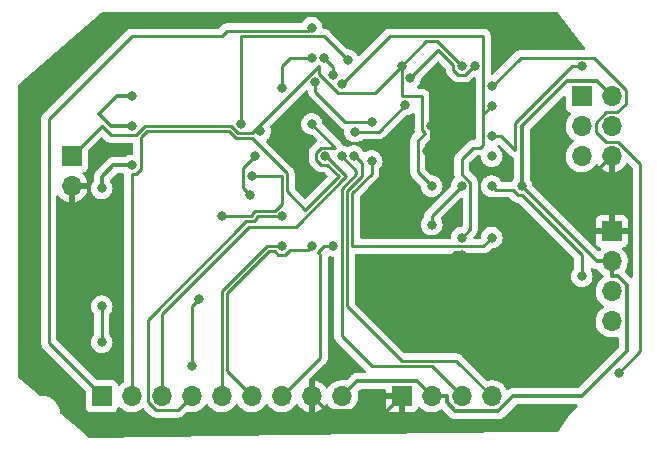
<source format=gbl>
%TF.GenerationSoftware,KiCad,Pcbnew,(6.0.0)*%
%TF.CreationDate,2022-01-07T00:24:45+08:00*%
%TF.ProjectId,pj4_MCU,706a345f-4d43-4552-9e6b-696361645f70,1*%
%TF.SameCoordinates,Original*%
%TF.FileFunction,Copper,L2,Bot*%
%TF.FilePolarity,Positive*%
%FSLAX46Y46*%
G04 Gerber Fmt 4.6, Leading zero omitted, Abs format (unit mm)*
G04 Created by KiCad (PCBNEW (6.0.0)) date 2022-01-07 00:24:45*
%MOMM*%
%LPD*%
G01*
G04 APERTURE LIST*
%TA.AperFunction,ComponentPad*%
%ADD10R,1.700000X1.700000*%
%TD*%
%TA.AperFunction,ComponentPad*%
%ADD11O,1.700000X1.700000*%
%TD*%
%TA.AperFunction,ViaPad*%
%ADD12C,0.800000*%
%TD*%
%TA.AperFunction,Conductor*%
%ADD13C,0.250000*%
%TD*%
%TA.AperFunction,Conductor*%
%ADD14C,0.350000*%
%TD*%
G04 APERTURE END LIST*
D10*
%TO.P,J4,1,Pin_1*%
%TO.N,GND*%
X177800000Y-139700000D03*
D11*
%TO.P,J4,2,Pin_2*%
%TO.N,/VCC*%
X180340000Y-139700000D03*
%TO.P,J4,3,Pin_3*%
%TO.N,/RX*%
X182880000Y-139700000D03*
%TO.P,J4,4,Pin_4*%
%TO.N,/TX*%
X185420000Y-139700000D03*
%TD*%
D10*
%TO.P,J3,1,Pin_1*%
%TO.N,GND*%
X195580000Y-125740000D03*
D11*
%TO.P,J3,2,Pin_2*%
%TO.N,/VCC*%
X195580000Y-128280000D03*
%TO.P,J3,3,Pin_3*%
%TO.N,/SDA*%
X195580000Y-130820000D03*
%TO.P,J3,4,Pin_4*%
%TO.N,/SCK*%
X195580000Y-133360000D03*
%TD*%
D10*
%TO.P,J2,1,Pin_1*%
%TO.N,/MISO*%
X193040000Y-114300000D03*
D11*
%TO.P,J2,2,Pin_2*%
%TO.N,/VCC*%
X195580000Y-114300000D03*
%TO.P,J2,3,Pin_3*%
%TO.N,/SCK*%
X193040000Y-116840000D03*
%TO.P,J2,4,Pin_4*%
%TO.N,/MOSI*%
X195580000Y-116840000D03*
%TO.P,J2,5,Pin_5*%
%TO.N,/RESET*%
X193040000Y-119380000D03*
%TO.P,J2,6,Pin_6*%
%TO.N,GND*%
X195580000Y-119380000D03*
%TD*%
D10*
%TO.P,J1,1,Pin_1*%
%TO.N,/D2*%
X152410000Y-139700000D03*
D11*
%TO.P,J1,2,Pin_2*%
%TO.N,/D3*%
X154950000Y-139700000D03*
%TO.P,J1,3,Pin_3*%
%TO.N,/D4*%
X157490000Y-139700000D03*
%TO.P,J1,4,Pin_4*%
%TO.N,/D5*%
X160030000Y-139700000D03*
%TO.P,J1,5,Pin_5*%
%TO.N,/D6*%
X162570000Y-139700000D03*
%TO.P,J1,6,Pin_6*%
%TO.N,/D7*%
X165110000Y-139700000D03*
%TO.P,J1,7,Pin_7*%
%TO.N,/D8*%
X167650000Y-139700000D03*
%TO.P,J1,8,Pin_8*%
%TO.N,GND*%
X170190000Y-139700000D03*
%TO.P,J1,9,Pin_9*%
%TO.N,/VCC*%
X172730000Y-139700000D03*
%TD*%
D10*
%TO.P,BT1,1,+*%
%TO.N,Net-(U4-Pad18)*%
X149860000Y-119380000D03*
D11*
%TO.P,BT1,2,-*%
%TO.N,GND*%
X149860000Y-121920000D03*
%TD*%
D12*
%TO.N,/SDA*%
X196163010Y-137743010D03*
X185420000Y-119380000D03*
X185420000Y-113475500D03*
X183970989Y-111760000D03*
%TO.N,/MISO*%
X185420000Y-117664500D03*
X182880000Y-121920000D03*
%TO.N,/SDA*%
X178524500Y-112772051D03*
%TO.N,/RESET*%
X178117859Y-115024500D03*
X173845123Y-117301792D03*
%TO.N,Net-(Y2-Pad1)*%
X171962299Y-112517701D03*
X171179503Y-111035500D03*
X170496128Y-113100726D03*
X175260000Y-116445674D03*
%TO.N,/SCK*%
X165374980Y-119380000D03*
X164980868Y-122696693D03*
%TO.N,/SDA*%
X165100000Y-121025444D03*
%TO.N,Net-(U4-Pad18)*%
X165824500Y-117264386D03*
%TO.N,/VCC*%
X154940000Y-120154500D03*
X152400000Y-122109500D03*
%TO.N,Net-(U2-Pad7)*%
X160020000Y-137160000D03*
X160603010Y-131496990D03*
%TO.N,Net-(U2-Pad3)*%
X152400000Y-132080000D03*
X152400000Y-135139011D03*
%TO.N,/D8*%
X171995500Y-127000000D03*
%TO.N,/D7*%
X170180000Y-127000000D03*
%TO.N,/D6*%
X167640000Y-127000000D03*
%TO.N,/D5*%
X167640000Y-124460000D03*
%TO.N,/TX*%
X173732051Y-119367452D03*
%TO.N,/D3*%
X170180000Y-116655500D03*
%TO.N,/D4*%
X171271000Y-119380000D03*
%TO.N,/D2*%
X167640000Y-113575500D03*
X170180000Y-108495500D03*
X170180000Y-111035500D03*
%TO.N,/VCC*%
X154940000Y-116840000D03*
X154940000Y-114300000D03*
%TO.N,/SCK*%
X172720000Y-113275386D03*
%TO.N,GND*%
X187960000Y-125775980D03*
X190500000Y-121920000D03*
X180340000Y-135394500D03*
X182880000Y-127774500D03*
%TO.N,/SDA*%
X162560000Y-124460000D03*
X164225451Y-116689951D03*
X173232300Y-111247701D03*
%TO.N,GND*%
X180290011Y-116840000D03*
X179940000Y-118980000D03*
%TO.N,/MISO*%
X193040000Y-111760000D03*
X180340000Y-125184500D03*
%TO.N,/SCK*%
X182880000Y-126275500D03*
X185420000Y-115124500D03*
%TO.N,Net-(U4-Pad20)*%
X185420000Y-126275500D03*
X175260000Y-119780000D03*
%TO.N,Net-(U4-Pad18)*%
X180340000Y-121920000D03*
%TO.N,/RX*%
X172720000Y-119380000D03*
%TO.N,/SDA*%
X185420000Y-121920000D03*
X193040000Y-129540000D03*
%TO.N,/VCC*%
X187960000Y-121920000D03*
%TO.N,Net-(U4-Pad18)*%
X182880000Y-111760000D03*
X177800000Y-111760000D03*
%TD*%
D13*
%TO.N,/SDA*%
X197994980Y-135911040D02*
X196163010Y-137743010D01*
X197994980Y-129540000D02*
X197994980Y-135911040D01*
X197994980Y-120063259D02*
X197994980Y-129540000D01*
X196087210Y-118155489D02*
X197994980Y-120063259D01*
X195072790Y-118155489D02*
X196087210Y-118155489D01*
X194214511Y-117297210D02*
X195072790Y-118155489D01*
X194214511Y-116544479D02*
X194214511Y-117297210D01*
X196066499Y-115665489D02*
X195093501Y-115665489D01*
X196804511Y-114927477D02*
X196066499Y-115665489D01*
X196804511Y-113792790D02*
X196804511Y-114927477D01*
X194047210Y-111035489D02*
X196804511Y-113792790D01*
X187860011Y-111035489D02*
X194047210Y-111035489D01*
X185420000Y-113475500D02*
X187860011Y-111035489D01*
X195093501Y-115665489D02*
X194214511Y-116544479D01*
%TO.N,/MISO*%
X192253840Y-111760000D02*
X193040000Y-111760000D01*
X187410480Y-118830480D02*
X187410481Y-116603359D01*
X185420000Y-117664500D02*
X186244500Y-117664500D01*
X186244500Y-117664500D02*
X187410480Y-118830480D01*
X187410481Y-116603359D02*
X192253840Y-111760000D01*
%TO.N,/SDA*%
X185420000Y-121920000D02*
X185740814Y-122240814D01*
X193040000Y-127777138D02*
X193040000Y-129540000D01*
X185740814Y-122240814D02*
X187185489Y-122240814D01*
X187185489Y-122240814D02*
X187639186Y-122694511D01*
X187957373Y-122694511D02*
X193040000Y-127777138D01*
X187639186Y-122694511D02*
X187957373Y-122694511D01*
D14*
%TO.N,/VCC*%
X194320000Y-128280000D02*
X195580000Y-128280000D01*
X187960000Y-121920000D02*
X194320000Y-128280000D01*
X187960000Y-121920000D02*
X187960000Y-116830978D01*
X187960000Y-116830978D02*
X191765489Y-113025489D01*
X191765489Y-113025489D02*
X194305489Y-113025489D01*
X194305489Y-113025489D02*
X195580000Y-114300000D01*
D13*
%TO.N,/SDA*%
X184245969Y-111760000D02*
X183970989Y-111760000D01*
%TO.N,/SCK*%
X182880000Y-120895386D02*
X183604511Y-121619897D01*
X182880000Y-119646478D02*
X182880000Y-120895386D01*
X183870989Y-118655489D02*
X182880000Y-119646478D01*
X184432166Y-118655489D02*
X183870989Y-118655489D01*
X183604511Y-121619897D02*
X183604511Y-125550989D01*
X184695489Y-118392166D02*
X184432166Y-118655489D01*
X183604511Y-125550989D02*
X182880000Y-126275500D01*
X184695489Y-115849011D02*
X184695489Y-118392166D01*
%TO.N,/SDA*%
X182579897Y-112484511D02*
X183180103Y-112484511D01*
X183904614Y-111760000D02*
X184245969Y-111760000D01*
X182155489Y-111671207D02*
X182155489Y-112060103D01*
X180890417Y-110406135D02*
X182155489Y-111671207D01*
X182155489Y-112060103D02*
X182579897Y-112484511D01*
X178524500Y-112772051D02*
X180890417Y-110406135D01*
X183180103Y-112484511D02*
X183904614Y-111760000D01*
%TO.N,/MISO*%
X180340000Y-124460000D02*
X182880000Y-121920000D01*
X180340000Y-125184500D02*
X180340000Y-124460000D01*
%TO.N,Net-(U4-Pad18)*%
X179890480Y-109669520D02*
X177800000Y-111760000D01*
X180789520Y-109669520D02*
X179890480Y-109669520D01*
X182880000Y-111760000D02*
X180789520Y-109669520D01*
%TO.N,/SCK*%
X176775386Y-109220000D02*
X172720000Y-113275386D01*
X184695489Y-109220000D02*
X176775386Y-109220000D01*
X184695489Y-115849011D02*
X184695489Y-109220000D01*
%TO.N,/RESET*%
X175840567Y-117301792D02*
X178117859Y-115024500D01*
X173845123Y-117301792D02*
X175840567Y-117301792D01*
%TO.N,Net-(Y2-Pad1)*%
X170496128Y-113905552D02*
X170496128Y-113100726D01*
X173036250Y-116445674D02*
X170496128Y-113905552D01*
X175260000Y-116445674D02*
X173036250Y-116445674D01*
X171179503Y-111035500D02*
X171962299Y-111818296D01*
X171962299Y-111818296D02*
X171962299Y-112517701D01*
%TO.N,/D2*%
X147910057Y-116249943D02*
X147910057Y-135200057D01*
X163009520Y-108770480D02*
X162560000Y-109220000D01*
X162560000Y-109220000D02*
X154940000Y-109220000D01*
X154940000Y-109220000D02*
X147910057Y-116249943D01*
X147910057Y-135200057D02*
X152410000Y-139700000D01*
X169905020Y-108770480D02*
X163009520Y-108770480D01*
X170180000Y-108495500D02*
X169905020Y-108770480D01*
X167640000Y-111760000D02*
X167640000Y-113575500D01*
X168364500Y-111035500D02*
X167640000Y-111760000D01*
X170180000Y-111035500D02*
X168364500Y-111035500D01*
%TO.N,Net-(U4-Pad18)*%
X175560103Y-113999897D02*
X177800000Y-111760000D01*
X170812256Y-112392256D02*
X172419897Y-113999897D01*
X170812256Y-111760000D02*
X170812256Y-112392256D01*
X172419897Y-113999897D02*
X175560103Y-113999897D01*
X165732256Y-116840000D02*
X170812256Y-111760000D01*
X177800000Y-111760000D02*
X177800000Y-114300000D01*
X179165489Y-118060785D02*
X179165489Y-120745489D01*
X179790480Y-117435794D02*
X179165489Y-118060785D01*
X179165489Y-120745489D02*
X180340000Y-121920000D01*
X179515500Y-117160814D02*
X179790480Y-117435794D01*
X179515500Y-114300000D02*
X179515500Y-117160814D01*
X177800000Y-114300000D02*
X179515500Y-114300000D01*
%TO.N,/SCK*%
X164375489Y-122091314D02*
X164375489Y-120379491D01*
X164980868Y-122696693D02*
X164375489Y-122091314D01*
X164375489Y-120379491D02*
X165374980Y-119380000D01*
%TO.N,/D3*%
X154950000Y-120929011D02*
X154950000Y-139700000D01*
X155260814Y-120929011D02*
X154950000Y-120929011D01*
X155714511Y-120475314D02*
X155260814Y-120929011D01*
X155714511Y-117796532D02*
X155714511Y-120475314D01*
X156221523Y-117289520D02*
X155714511Y-117796532D01*
X163164688Y-117289520D02*
X156221523Y-117289520D01*
X163739150Y-117863982D02*
X163164688Y-117289520D01*
X165114255Y-117863982D02*
X163739150Y-117863982D01*
X168089520Y-120839247D02*
X165114255Y-117863982D01*
X168089520Y-122369520D02*
X168089520Y-120839247D01*
X169643565Y-123923565D02*
X168089520Y-122369520D01*
X171509199Y-120104511D02*
X172485909Y-121081221D01*
X170546489Y-119680103D02*
X170970897Y-120104511D01*
X170970897Y-120104511D02*
X171509199Y-120104511D01*
X170546489Y-119079897D02*
X170546489Y-119680103D01*
X170970897Y-118655489D02*
X170546489Y-119079897D01*
X172179989Y-118655489D02*
X170970897Y-118655489D01*
X172485909Y-121081221D02*
X169643565Y-123923565D01*
X170180000Y-116655500D02*
X172179989Y-118655489D01*
%TO.N,Net-(U4-Pad18)*%
X163350886Y-116840000D02*
X163925348Y-117414462D01*
X156035325Y-116840000D02*
X163350886Y-116840000D01*
X155260814Y-117614511D02*
X156035325Y-116840000D01*
X153171873Y-117614511D02*
X155260814Y-117614511D01*
X163925348Y-117414462D02*
X165157794Y-117414462D01*
X165157794Y-117414462D02*
X165732256Y-116840000D01*
X149860000Y-119380000D02*
X152398681Y-116841319D01*
X152398681Y-116841319D02*
X153171873Y-117614511D01*
D14*
%TO.N,/VCC*%
X153174500Y-116840000D02*
X152152250Y-115817750D01*
X153670000Y-114300000D02*
X154940000Y-114300000D01*
X154940000Y-116840000D02*
X153174500Y-116840000D01*
X152152250Y-115817750D02*
X153670000Y-114300000D01*
X153392997Y-120154500D02*
X154940000Y-120154500D01*
X152400000Y-122109500D02*
X152400000Y-121147497D01*
X152400000Y-121147497D02*
X153392997Y-120154500D01*
D13*
%TO.N,/D4*%
X157490000Y-132705718D02*
X157490000Y-139700000D01*
X164836678Y-125359040D02*
X157490000Y-132705718D01*
X171420406Y-119380000D02*
X173121627Y-121081221D01*
X171271000Y-119380000D02*
X171420406Y-119380000D01*
X173121627Y-121081221D02*
X168843808Y-125359040D01*
X168843808Y-125359040D02*
X164836678Y-125359040D01*
%TO.N,/SDA*%
X165363323Y-124010480D02*
X167064906Y-124010480D01*
X167640000Y-123435386D02*
X167640000Y-121025444D01*
X167640000Y-121025444D02*
X165100000Y-121025444D01*
X165100000Y-124273803D02*
X165363323Y-124010480D01*
X165100000Y-124460000D02*
X165100000Y-124273803D01*
X162560000Y-124460000D02*
X165100000Y-124460000D01*
X167064906Y-124010480D02*
X167640000Y-123435386D01*
%TO.N,Net-(U2-Pad7)*%
X160020000Y-132080000D02*
X160020000Y-137160000D01*
X160603010Y-131496990D02*
X160020000Y-132080000D01*
%TO.N,/D5*%
X165549520Y-124646197D02*
X165549520Y-124460000D01*
X164650480Y-124909520D02*
X165286197Y-124909520D01*
X165286197Y-124909520D02*
X165549520Y-124646197D01*
X156315489Y-133244511D02*
X164650480Y-124909520D01*
X157003501Y-140874511D02*
X156315489Y-140186499D01*
X158855489Y-140874511D02*
X157003501Y-140874511D01*
X165549520Y-124460000D02*
X167640000Y-124460000D01*
X160030000Y-139700000D02*
X158855489Y-140874511D01*
X156315489Y-140186499D02*
X156315489Y-133244511D01*
%TO.N,Net-(U2-Pad3)*%
X152400000Y-135139011D02*
X152400000Y-132080000D01*
D14*
%TO.N,GND*%
X171464511Y-140974511D02*
X170190000Y-139700000D01*
X176525489Y-140974511D02*
X171464511Y-140974511D01*
X177800000Y-139700000D02*
X176525489Y-140974511D01*
%TO.N,/VCC*%
X174004511Y-138425489D02*
X172730000Y-139700000D01*
X179065489Y-138425489D02*
X174004511Y-138425489D01*
X180340000Y-139700000D02*
X179065489Y-138425489D01*
D13*
%TO.N,/D8*%
X171204614Y-127000000D02*
X171995500Y-127000000D01*
X170692307Y-127512307D02*
X171204614Y-127000000D01*
X170904511Y-127724511D02*
X170692307Y-127512307D01*
X170904511Y-136445489D02*
X170904511Y-127724511D01*
X167650000Y-139700000D02*
X170904511Y-136445489D01*
%TO.N,/D7*%
X169879897Y-127300103D02*
X170180000Y-127000000D01*
X168364511Y-127300103D02*
X169879897Y-127300103D01*
X167940103Y-127724511D02*
X168364511Y-127300103D01*
X167339897Y-127724511D02*
X167940103Y-127724511D01*
X163019520Y-130987634D02*
X166557634Y-127449520D01*
X165110000Y-139700000D02*
X163019520Y-137609520D01*
X163019520Y-137609520D02*
X163019520Y-130987634D01*
X166557634Y-127449520D02*
X167064906Y-127449520D01*
X167064906Y-127449520D02*
X167339897Y-127724511D01*
%TO.N,/D6*%
X166371436Y-127000000D02*
X167640000Y-127000000D01*
X162570000Y-139700000D02*
X162570000Y-130801436D01*
X162570000Y-130801436D02*
X166371436Y-127000000D01*
%TO.N,/TX*%
X173831171Y-119367452D02*
X173732051Y-119367452D01*
X174407141Y-119943422D02*
X173831171Y-119367452D01*
%TO.N,/RX*%
X175260000Y-137160000D02*
X180340000Y-137160000D01*
X172720000Y-122118566D02*
X172720000Y-134620000D01*
X173957621Y-120880943D02*
X172720000Y-122118566D01*
X180340000Y-137160000D02*
X182880000Y-139700000D01*
X173957621Y-120617621D02*
X173957621Y-120880943D01*
X172720000Y-134620000D02*
X175260000Y-137160000D01*
X172720000Y-119380000D02*
X173957621Y-120617621D01*
%TO.N,/TX*%
X182430480Y-136710480D02*
X185420000Y-139700000D01*
X173169520Y-122304763D02*
X173169520Y-132080000D01*
X174407141Y-121067141D02*
X173169520Y-122304763D01*
X173169520Y-132080000D02*
X177800000Y-136710480D01*
X174407141Y-119943422D02*
X174407141Y-121067141D01*
X177800000Y-136710480D02*
X182430480Y-136710480D01*
%TO.N,Net-(U4-Pad20)*%
X173619040Y-127000000D02*
X184695500Y-127000000D01*
X173619040Y-122490960D02*
X173619040Y-127000000D01*
X175260000Y-120850000D02*
X173619040Y-122490960D01*
X175260000Y-119780000D02*
X175260000Y-120850000D01*
X184695500Y-127000000D02*
X185420000Y-126275500D01*
%TO.N,Net-(U4-Pad18)*%
X165732256Y-117172142D02*
X165824500Y-117264386D01*
X165732256Y-116840000D02*
X165732256Y-117172142D01*
%TO.N,/SDA*%
X171204599Y-109220000D02*
X173232300Y-111247701D01*
X164225451Y-109220000D02*
X171204599Y-109220000D01*
X164225451Y-116689951D02*
X164225451Y-109220000D01*
D14*
%TO.N,GND*%
X182880000Y-127774500D02*
X185961480Y-127774500D01*
X185961480Y-127774500D02*
X187960000Y-125775980D01*
X195580000Y-124460000D02*
X193040000Y-121920000D01*
X195580000Y-125740000D02*
X195580000Y-124460000D01*
X193040000Y-121920000D02*
X190500000Y-121920000D01*
X195580000Y-119380000D02*
X193040000Y-121920000D01*
X182655020Y-127549520D02*
X182880000Y-127774500D01*
X182330480Y-127549520D02*
X182655020Y-127549520D01*
X180340000Y-129540000D02*
X182330480Y-127549520D01*
X180340000Y-135394500D02*
X180340000Y-129540000D01*
X180340000Y-116840000D02*
X180290011Y-116840000D01*
X180340000Y-118580000D02*
X180340000Y-116840000D01*
X179940000Y-118980000D02*
X180340000Y-118580000D01*
D13*
%TO.N,/SCK*%
X185420000Y-115124500D02*
X184695489Y-115849011D01*
D14*
%TO.N,/VCC*%
X195580000Y-129545489D02*
X195580000Y-128280000D01*
X196107921Y-129545489D02*
X195580000Y-129545489D01*
X196854511Y-130292079D02*
X196107921Y-129545489D01*
X185947921Y-140974511D02*
X187222432Y-139700000D01*
X187222432Y-139700000D02*
X193040000Y-139700000D01*
X182352079Y-140974511D02*
X185947921Y-140974511D01*
X181605489Y-140227921D02*
X182352079Y-140974511D01*
X193040000Y-139700000D02*
X196854511Y-135885489D01*
X181605489Y-139700000D02*
X181605489Y-140227921D01*
X196854511Y-135885489D02*
X196854511Y-130292079D01*
X180340000Y-139700000D02*
X181605489Y-139700000D01*
%TD*%
%TA.AperFunction,Conductor*%
%TO.N,GND*%
G36*
X191013855Y-107208002D02*
G01*
X191045823Y-107237461D01*
X193310873Y-110199450D01*
X193336364Y-110265713D01*
X193321985Y-110335238D01*
X193272299Y-110385952D01*
X193210784Y-110401989D01*
X187938779Y-110401989D01*
X187927596Y-110401462D01*
X187920103Y-110399787D01*
X187912177Y-110400036D01*
X187912176Y-110400036D01*
X187852013Y-110401927D01*
X187848055Y-110401989D01*
X187820155Y-110401989D01*
X187816165Y-110402493D01*
X187804331Y-110403425D01*
X187760122Y-110404815D01*
X187752506Y-110407028D01*
X187752504Y-110407028D01*
X187740663Y-110410468D01*
X187721304Y-110414477D01*
X187721217Y-110414488D01*
X187701214Y-110417015D01*
X187693848Y-110419931D01*
X187693842Y-110419933D01*
X187660109Y-110433289D01*
X187648879Y-110437134D01*
X187648838Y-110437146D01*
X187606418Y-110449470D01*
X187599595Y-110453505D01*
X187588977Y-110459784D01*
X187571224Y-110468481D01*
X187563579Y-110471508D01*
X187552394Y-110475937D01*
X187545979Y-110480598D01*
X187516623Y-110501926D01*
X187506706Y-110508440D01*
X187468649Y-110530947D01*
X187454328Y-110545268D01*
X187439295Y-110558108D01*
X187422904Y-110570017D01*
X187417853Y-110576123D01*
X187394713Y-110604094D01*
X187386723Y-110612873D01*
X185544084Y-112455511D01*
X185481772Y-112489537D01*
X185410956Y-112484472D01*
X185354121Y-112441925D01*
X185329310Y-112375405D01*
X185328989Y-112366416D01*
X185328989Y-109291793D01*
X185331221Y-109268184D01*
X185331279Y-109267881D01*
X185331279Y-109267877D01*
X185332764Y-109260094D01*
X185329238Y-109204049D01*
X185328989Y-109196138D01*
X185328989Y-109180144D01*
X185326983Y-109164270D01*
X185326240Y-109156402D01*
X185323212Y-109108263D01*
X185323212Y-109108262D01*
X185322714Y-109100350D01*
X185320168Y-109092513D01*
X185314995Y-109069369D01*
X185314957Y-109069065D01*
X185314956Y-109069060D01*
X185313963Y-109061203D01*
X185311047Y-109053838D01*
X185311046Y-109053834D01*
X185293290Y-109008989D01*
X185290618Y-109001570D01*
X185273253Y-108948125D01*
X185269003Y-108941428D01*
X185268839Y-108941169D01*
X185258074Y-108920042D01*
X185257960Y-108919754D01*
X185257957Y-108919749D01*
X185255041Y-108912383D01*
X185250385Y-108905975D01*
X185250382Y-108905969D01*
X185222031Y-108866948D01*
X185217581Y-108860401D01*
X185187489Y-108812982D01*
X185181482Y-108807341D01*
X185165801Y-108789554D01*
X185165623Y-108789309D01*
X185165621Y-108789307D01*
X185160961Y-108782893D01*
X185137643Y-108763602D01*
X185117693Y-108747097D01*
X185111759Y-108741866D01*
X185076591Y-108708842D01*
X185076588Y-108708840D01*
X185070810Y-108703414D01*
X185063586Y-108699442D01*
X185043983Y-108686119D01*
X185043743Y-108685920D01*
X185043736Y-108685916D01*
X185037633Y-108680867D01*
X184986813Y-108656953D01*
X184979781Y-108653371D01*
X184930549Y-108626305D01*
X184922874Y-108624335D01*
X184922868Y-108624332D01*
X184922570Y-108624256D01*
X184900261Y-108616224D01*
X184899986Y-108616094D01*
X184899978Y-108616091D01*
X184892807Y-108612717D01*
X184837640Y-108602194D01*
X184829931Y-108600471D01*
X184795144Y-108591539D01*
X184783196Y-108588471D01*
X184783195Y-108588471D01*
X184775519Y-108586500D01*
X184767282Y-108586500D01*
X184743673Y-108584268D01*
X184743370Y-108584210D01*
X184743366Y-108584210D01*
X184735583Y-108582725D01*
X184679538Y-108586251D01*
X184671627Y-108586500D01*
X176854153Y-108586500D01*
X176842970Y-108585973D01*
X176835477Y-108584298D01*
X176827551Y-108584547D01*
X176827550Y-108584547D01*
X176767387Y-108586438D01*
X176763429Y-108586500D01*
X176735530Y-108586500D01*
X176731540Y-108587004D01*
X176719706Y-108587936D01*
X176675497Y-108589326D01*
X176667883Y-108591538D01*
X176667878Y-108591539D01*
X176656045Y-108594977D01*
X176636682Y-108598988D01*
X176616589Y-108601526D01*
X176609222Y-108604443D01*
X176609217Y-108604444D01*
X176575478Y-108617802D01*
X176564251Y-108621646D01*
X176521793Y-108633982D01*
X176514967Y-108638019D01*
X176504358Y-108644293D01*
X176486610Y-108652988D01*
X176467769Y-108660448D01*
X176461353Y-108665110D01*
X176461352Y-108665110D01*
X176431999Y-108686436D01*
X176422079Y-108692952D01*
X176390851Y-108711420D01*
X176390848Y-108711422D01*
X176384024Y-108715458D01*
X176369703Y-108729779D01*
X176354670Y-108742619D01*
X176338279Y-108754528D01*
X176329603Y-108765016D01*
X176310088Y-108788605D01*
X176302098Y-108797384D01*
X174240224Y-110859257D01*
X174177912Y-110893283D01*
X174107096Y-110888218D01*
X174050261Y-110845671D01*
X174042016Y-110833171D01*
X173971340Y-110710757D01*
X173897250Y-110628471D01*
X173847975Y-110573746D01*
X173847974Y-110573745D01*
X173843553Y-110568835D01*
X173715706Y-110475948D01*
X173694394Y-110460464D01*
X173694393Y-110460463D01*
X173689052Y-110456583D01*
X173683024Y-110453899D01*
X173683022Y-110453898D01*
X173520619Y-110381592D01*
X173520618Y-110381592D01*
X173514588Y-110378907D01*
X173421187Y-110359054D01*
X173334244Y-110340573D01*
X173334239Y-110340573D01*
X173327787Y-110339201D01*
X173271895Y-110339201D01*
X173203774Y-110319199D01*
X173182800Y-110302296D01*
X171708251Y-108827747D01*
X171700711Y-108819461D01*
X171696599Y-108812982D01*
X171646947Y-108766356D01*
X171644106Y-108763602D01*
X171624369Y-108743865D01*
X171621172Y-108741385D01*
X171612150Y-108733680D01*
X171598721Y-108721069D01*
X171579920Y-108703414D01*
X171572974Y-108699595D01*
X171572971Y-108699593D01*
X171562165Y-108693652D01*
X171545646Y-108682801D01*
X171545182Y-108682441D01*
X171529640Y-108670386D01*
X171522371Y-108667241D01*
X171522367Y-108667238D01*
X171489062Y-108652826D01*
X171478412Y-108647609D01*
X171439659Y-108626305D01*
X171420036Y-108621267D01*
X171401333Y-108614863D01*
X171390019Y-108609967D01*
X171390018Y-108609967D01*
X171382744Y-108606819D01*
X171374921Y-108605580D01*
X171374911Y-108605577D01*
X171339075Y-108599901D01*
X171327455Y-108597495D01*
X171292310Y-108588472D01*
X171292309Y-108588472D01*
X171284629Y-108586500D01*
X171264375Y-108586500D01*
X171244664Y-108584949D01*
X171240365Y-108584268D01*
X171224656Y-108581780D01*
X171216762Y-108582526D01*
X171212138Y-108582381D01*
X171144678Y-108560250D01*
X171099893Y-108505162D01*
X171090783Y-108469613D01*
X171074232Y-108312135D01*
X171074232Y-108312133D01*
X171073542Y-108305572D01*
X171014527Y-108123944D01*
X170919040Y-107958556D01*
X170791253Y-107816634D01*
X170636752Y-107704382D01*
X170630724Y-107701698D01*
X170630722Y-107701697D01*
X170468319Y-107629391D01*
X170468318Y-107629391D01*
X170462288Y-107626706D01*
X170368888Y-107606853D01*
X170281944Y-107588372D01*
X170281939Y-107588372D01*
X170275487Y-107587000D01*
X170084513Y-107587000D01*
X170078061Y-107588372D01*
X170078056Y-107588372D01*
X169991112Y-107606853D01*
X169897712Y-107626706D01*
X169891682Y-107629391D01*
X169891681Y-107629391D01*
X169729278Y-107701697D01*
X169729276Y-107701698D01*
X169723248Y-107704382D01*
X169568747Y-107816634D01*
X169440960Y-107958556D01*
X169374320Y-108073980D01*
X169322938Y-108122973D01*
X169265201Y-108136980D01*
X163088287Y-108136980D01*
X163077104Y-108136453D01*
X163069611Y-108134778D01*
X163061685Y-108135027D01*
X163061684Y-108135027D01*
X163001534Y-108136918D01*
X162997575Y-108136980D01*
X162969664Y-108136980D01*
X162965730Y-108137477D01*
X162965729Y-108137477D01*
X162965664Y-108137485D01*
X162953827Y-108138418D01*
X162922010Y-108139418D01*
X162917549Y-108139558D01*
X162909630Y-108139807D01*
X162891974Y-108144936D01*
X162890178Y-108145458D01*
X162870826Y-108149466D01*
X162863755Y-108150360D01*
X162850723Y-108152006D01*
X162843354Y-108154923D01*
X162843352Y-108154924D01*
X162809617Y-108168280D01*
X162798389Y-108172125D01*
X162755927Y-108184462D01*
X162749105Y-108188496D01*
X162749099Y-108188499D01*
X162738488Y-108194774D01*
X162720738Y-108203470D01*
X162709276Y-108208008D01*
X162709271Y-108208011D01*
X162701903Y-108210928D01*
X162695488Y-108215589D01*
X162666145Y-108236907D01*
X162656227Y-108243423D01*
X162637539Y-108254475D01*
X162618157Y-108265938D01*
X162603833Y-108280262D01*
X162588801Y-108293101D01*
X162572413Y-108305008D01*
X162544232Y-108339073D01*
X162536242Y-108347853D01*
X162334500Y-108549595D01*
X162272188Y-108583621D01*
X162245405Y-108586500D01*
X155018768Y-108586500D01*
X155007585Y-108585973D01*
X155000092Y-108584298D01*
X154992166Y-108584547D01*
X154992165Y-108584547D01*
X154932002Y-108586438D01*
X154928044Y-108586500D01*
X154900144Y-108586500D01*
X154896154Y-108587004D01*
X154884320Y-108587936D01*
X154840111Y-108589326D01*
X154832497Y-108591538D01*
X154832492Y-108591539D01*
X154820659Y-108594977D01*
X154801296Y-108598988D01*
X154781203Y-108601526D01*
X154773836Y-108604443D01*
X154773831Y-108604444D01*
X154740092Y-108617802D01*
X154728865Y-108621646D01*
X154686407Y-108633982D01*
X154679581Y-108638019D01*
X154668972Y-108644293D01*
X154651224Y-108652988D01*
X154632383Y-108660448D01*
X154625967Y-108665110D01*
X154625966Y-108665110D01*
X154596613Y-108686436D01*
X154586693Y-108692952D01*
X154555465Y-108711420D01*
X154555462Y-108711422D01*
X154548638Y-108715458D01*
X154534317Y-108729779D01*
X154519284Y-108742619D01*
X154502893Y-108754528D01*
X154494217Y-108765016D01*
X154474702Y-108788605D01*
X154466712Y-108797384D01*
X147517804Y-115746291D01*
X147509518Y-115753831D01*
X147503039Y-115757943D01*
X147497614Y-115763720D01*
X147456414Y-115807594D01*
X147453659Y-115810436D01*
X147433922Y-115830173D01*
X147431442Y-115833370D01*
X147423739Y-115842390D01*
X147393471Y-115874622D01*
X147389652Y-115881568D01*
X147389650Y-115881571D01*
X147383709Y-115892377D01*
X147372858Y-115908896D01*
X147360443Y-115924902D01*
X147357298Y-115932171D01*
X147357295Y-115932175D01*
X147342883Y-115965480D01*
X147337666Y-115976130D01*
X147316362Y-116014883D01*
X147314391Y-116022558D01*
X147314391Y-116022559D01*
X147311324Y-116034505D01*
X147304920Y-116053209D01*
X147296876Y-116071798D01*
X147295637Y-116079621D01*
X147295634Y-116079631D01*
X147289958Y-116115467D01*
X147287552Y-116127087D01*
X147278529Y-116162232D01*
X147276557Y-116169913D01*
X147276557Y-116190167D01*
X147275006Y-116209877D01*
X147271837Y-116229886D01*
X147275438Y-116267975D01*
X147275998Y-116273904D01*
X147276557Y-116285762D01*
X147276557Y-135121290D01*
X147276030Y-135132473D01*
X147274355Y-135139966D01*
X147274604Y-135147892D01*
X147274604Y-135147893D01*
X147276495Y-135208043D01*
X147276557Y-135212002D01*
X147276557Y-135239913D01*
X147277054Y-135243847D01*
X147277054Y-135243848D01*
X147277062Y-135243913D01*
X147277995Y-135255750D01*
X147279384Y-135299946D01*
X147285035Y-135319396D01*
X147289044Y-135338757D01*
X147291583Y-135358854D01*
X147294502Y-135366225D01*
X147294502Y-135366227D01*
X147307861Y-135399969D01*
X147311706Y-135411199D01*
X147324039Y-135453650D01*
X147328072Y-135460469D01*
X147328074Y-135460474D01*
X147334350Y-135471085D01*
X147343045Y-135488833D01*
X147350505Y-135507674D01*
X147355167Y-135514090D01*
X147355167Y-135514091D01*
X147376493Y-135543444D01*
X147383009Y-135553364D01*
X147405515Y-135591419D01*
X147419836Y-135605740D01*
X147432676Y-135620773D01*
X147444585Y-135637164D01*
X147450691Y-135642215D01*
X147478662Y-135665355D01*
X147487441Y-135673345D01*
X151014595Y-139200499D01*
X151048621Y-139262811D01*
X151051500Y-139289594D01*
X151051500Y-140598134D01*
X151058255Y-140660316D01*
X151109385Y-140796705D01*
X151196739Y-140913261D01*
X151313295Y-141000615D01*
X151449684Y-141051745D01*
X151511866Y-141058500D01*
X153308134Y-141058500D01*
X153370316Y-141051745D01*
X153506705Y-141000615D01*
X153623261Y-140913261D01*
X153710615Y-140796705D01*
X153732799Y-140737529D01*
X153754598Y-140679382D01*
X153797240Y-140622618D01*
X153863802Y-140597918D01*
X153933150Y-140613126D01*
X153967817Y-140641114D01*
X153996250Y-140673938D01*
X154168126Y-140816632D01*
X154361000Y-140929338D01*
X154569692Y-141009030D01*
X154574760Y-141010061D01*
X154574763Y-141010062D01*
X154663094Y-141028033D01*
X154788597Y-141053567D01*
X154793772Y-141053757D01*
X154793774Y-141053757D01*
X155006673Y-141061564D01*
X155006677Y-141061564D01*
X155011837Y-141061753D01*
X155016957Y-141061097D01*
X155016959Y-141061097D01*
X155228288Y-141034025D01*
X155228289Y-141034025D01*
X155233416Y-141033368D01*
X155238366Y-141031883D01*
X155442429Y-140970661D01*
X155442434Y-140970659D01*
X155447384Y-140969174D01*
X155647994Y-140870896D01*
X155827303Y-140742997D01*
X155894376Y-140719723D01*
X155963385Y-140736407D01*
X155989566Y-140756481D01*
X156499854Y-141266769D01*
X156507388Y-141275048D01*
X156511501Y-141281529D01*
X156532596Y-141301338D01*
X156561152Y-141328154D01*
X156563994Y-141330909D01*
X156583731Y-141350646D01*
X156586928Y-141353126D01*
X156595948Y-141360829D01*
X156628180Y-141391097D01*
X156635126Y-141394916D01*
X156635129Y-141394918D01*
X156645935Y-141400859D01*
X156662454Y-141411710D01*
X156678460Y-141424125D01*
X156685729Y-141427270D01*
X156685733Y-141427273D01*
X156719038Y-141441685D01*
X156729688Y-141446902D01*
X156768441Y-141468206D01*
X156776116Y-141470177D01*
X156776117Y-141470177D01*
X156788063Y-141473244D01*
X156806768Y-141479648D01*
X156825356Y-141487692D01*
X156833179Y-141488931D01*
X156833189Y-141488934D01*
X156869025Y-141494610D01*
X156880645Y-141497016D01*
X156912460Y-141505184D01*
X156923471Y-141508011D01*
X156943725Y-141508011D01*
X156963435Y-141509562D01*
X156983444Y-141512731D01*
X156991336Y-141511985D01*
X157010081Y-141510213D01*
X157027463Y-141508570D01*
X157039320Y-141508011D01*
X158776722Y-141508011D01*
X158787905Y-141508538D01*
X158795398Y-141510213D01*
X158803324Y-141509964D01*
X158803325Y-141509964D01*
X158863475Y-141508073D01*
X158867434Y-141508011D01*
X158895345Y-141508011D01*
X158899280Y-141507514D01*
X158899345Y-141507506D01*
X158911182Y-141506573D01*
X158943440Y-141505559D01*
X158947459Y-141505433D01*
X158955378Y-141505184D01*
X158974832Y-141499532D01*
X158994189Y-141495524D01*
X159006419Y-141493979D01*
X159006420Y-141493979D01*
X159014286Y-141492985D01*
X159021657Y-141490066D01*
X159021659Y-141490066D01*
X159055401Y-141476707D01*
X159066631Y-141472862D01*
X159101472Y-141462740D01*
X159101473Y-141462740D01*
X159109082Y-141460529D01*
X159115901Y-141456496D01*
X159115906Y-141456494D01*
X159126517Y-141450218D01*
X159144265Y-141441523D01*
X159163106Y-141434063D01*
X159198876Y-141408075D01*
X159208796Y-141401559D01*
X159240024Y-141383091D01*
X159240027Y-141383089D01*
X159246851Y-141379053D01*
X159261172Y-141364732D01*
X159276206Y-141351891D01*
X159286183Y-141344642D01*
X159292596Y-141339983D01*
X159320787Y-141305906D01*
X159328777Y-141297127D01*
X159574549Y-141051355D01*
X159636861Y-141017329D01*
X159688762Y-141016979D01*
X159868597Y-141053567D01*
X159873772Y-141053757D01*
X159873774Y-141053757D01*
X160086673Y-141061564D01*
X160086677Y-141061564D01*
X160091837Y-141061753D01*
X160096957Y-141061097D01*
X160096959Y-141061097D01*
X160308288Y-141034025D01*
X160308289Y-141034025D01*
X160313416Y-141033368D01*
X160318366Y-141031883D01*
X160522429Y-140970661D01*
X160522434Y-140970659D01*
X160527384Y-140969174D01*
X160727994Y-140870896D01*
X160909860Y-140741173D01*
X161068096Y-140583489D01*
X161198453Y-140402077D01*
X161199776Y-140403028D01*
X161246645Y-140359857D01*
X161316580Y-140347625D01*
X161382026Y-140375144D01*
X161409875Y-140406994D01*
X161469987Y-140505088D01*
X161616250Y-140673938D01*
X161788126Y-140816632D01*
X161981000Y-140929338D01*
X162189692Y-141009030D01*
X162194760Y-141010061D01*
X162194763Y-141010062D01*
X162283094Y-141028033D01*
X162408597Y-141053567D01*
X162413772Y-141053757D01*
X162413774Y-141053757D01*
X162626673Y-141061564D01*
X162626677Y-141061564D01*
X162631837Y-141061753D01*
X162636957Y-141061097D01*
X162636959Y-141061097D01*
X162848288Y-141034025D01*
X162848289Y-141034025D01*
X162853416Y-141033368D01*
X162858366Y-141031883D01*
X163062429Y-140970661D01*
X163062434Y-140970659D01*
X163067384Y-140969174D01*
X163267994Y-140870896D01*
X163449860Y-140741173D01*
X163608096Y-140583489D01*
X163738453Y-140402077D01*
X163739776Y-140403028D01*
X163786645Y-140359857D01*
X163856580Y-140347625D01*
X163922026Y-140375144D01*
X163949875Y-140406994D01*
X164009987Y-140505088D01*
X164156250Y-140673938D01*
X164328126Y-140816632D01*
X164521000Y-140929338D01*
X164729692Y-141009030D01*
X164734760Y-141010061D01*
X164734763Y-141010062D01*
X164823094Y-141028033D01*
X164948597Y-141053567D01*
X164953772Y-141053757D01*
X164953774Y-141053757D01*
X165166673Y-141061564D01*
X165166677Y-141061564D01*
X165171837Y-141061753D01*
X165176957Y-141061097D01*
X165176959Y-141061097D01*
X165388288Y-141034025D01*
X165388289Y-141034025D01*
X165393416Y-141033368D01*
X165398366Y-141031883D01*
X165602429Y-140970661D01*
X165602434Y-140970659D01*
X165607384Y-140969174D01*
X165807994Y-140870896D01*
X165989860Y-140741173D01*
X166148096Y-140583489D01*
X166278453Y-140402077D01*
X166279776Y-140403028D01*
X166326645Y-140359857D01*
X166396580Y-140347625D01*
X166462026Y-140375144D01*
X166489875Y-140406994D01*
X166549987Y-140505088D01*
X166696250Y-140673938D01*
X166868126Y-140816632D01*
X167061000Y-140929338D01*
X167269692Y-141009030D01*
X167274760Y-141010061D01*
X167274763Y-141010062D01*
X167363094Y-141028033D01*
X167488597Y-141053567D01*
X167493772Y-141053757D01*
X167493774Y-141053757D01*
X167706673Y-141061564D01*
X167706677Y-141061564D01*
X167711837Y-141061753D01*
X167716957Y-141061097D01*
X167716959Y-141061097D01*
X167928288Y-141034025D01*
X167928289Y-141034025D01*
X167933416Y-141033368D01*
X167938366Y-141031883D01*
X168142429Y-140970661D01*
X168142434Y-140970659D01*
X168147384Y-140969174D01*
X168347994Y-140870896D01*
X168529860Y-140741173D01*
X168688096Y-140583489D01*
X168818453Y-140402077D01*
X168819640Y-140402930D01*
X168866960Y-140359362D01*
X168936897Y-140347145D01*
X169002338Y-140374678D01*
X169030166Y-140406511D01*
X169087694Y-140500388D01*
X169093777Y-140508699D01*
X169233213Y-140669667D01*
X169240580Y-140676883D01*
X169404434Y-140812916D01*
X169412881Y-140818831D01*
X169596756Y-140926279D01*
X169606042Y-140930729D01*
X169805001Y-141006703D01*
X169814899Y-141009579D01*
X169918250Y-141030606D01*
X169932299Y-141029410D01*
X169936000Y-141019065D01*
X169936000Y-138364987D01*
X169940447Y-138364987D01*
X169940440Y-138327275D01*
X169972248Y-138273656D01*
X171296758Y-136949146D01*
X171305048Y-136941602D01*
X171311529Y-136937489D01*
X171358170Y-136887821D01*
X171360924Y-136884980D01*
X171380646Y-136865258D01*
X171383123Y-136862065D01*
X171390828Y-136853044D01*
X171415670Y-136826589D01*
X171421097Y-136820810D01*
X171424918Y-136813860D01*
X171430857Y-136803057D01*
X171441713Y-136786530D01*
X171449268Y-136776791D01*
X171449269Y-136776789D01*
X171454125Y-136770529D01*
X171471685Y-136729949D01*
X171476902Y-136719301D01*
X171494386Y-136687498D01*
X171494387Y-136687496D01*
X171498206Y-136680549D01*
X171503244Y-136660926D01*
X171509648Y-136642223D01*
X171514544Y-136630909D01*
X171514544Y-136630908D01*
X171517692Y-136623634D01*
X171518931Y-136615811D01*
X171518934Y-136615801D01*
X171524610Y-136579965D01*
X171527016Y-136568345D01*
X171536039Y-136533200D01*
X171536039Y-136533199D01*
X171538011Y-136525519D01*
X171538011Y-136505265D01*
X171539562Y-136485554D01*
X171541491Y-136473375D01*
X171542731Y-136465546D01*
X171538570Y-136421527D01*
X171538011Y-136409670D01*
X171538011Y-127984566D01*
X171558013Y-127916445D01*
X171611669Y-127869952D01*
X171681943Y-127859848D01*
X171702950Y-127864734D01*
X171707181Y-127866109D01*
X171713212Y-127868794D01*
X171719668Y-127870166D01*
X171719667Y-127870166D01*
X171893556Y-127907128D01*
X171893561Y-127907128D01*
X171900013Y-127908500D01*
X171960500Y-127908500D01*
X172028621Y-127928502D01*
X172075114Y-127982158D01*
X172086500Y-128034500D01*
X172086500Y-134541233D01*
X172085973Y-134552416D01*
X172084298Y-134559909D01*
X172084547Y-134567835D01*
X172084547Y-134567836D01*
X172086438Y-134627986D01*
X172086500Y-134631945D01*
X172086500Y-134659856D01*
X172086997Y-134663790D01*
X172086997Y-134663791D01*
X172087005Y-134663856D01*
X172087938Y-134675693D01*
X172089327Y-134719889D01*
X172094978Y-134739339D01*
X172098987Y-134758700D01*
X172100470Y-134770435D01*
X172101526Y-134778797D01*
X172104445Y-134786168D01*
X172104445Y-134786170D01*
X172117804Y-134819912D01*
X172121649Y-134831142D01*
X172133982Y-134873593D01*
X172138015Y-134880412D01*
X172138017Y-134880417D01*
X172144293Y-134891028D01*
X172152988Y-134908776D01*
X172160448Y-134927617D01*
X172165110Y-134934033D01*
X172165110Y-134934034D01*
X172186436Y-134963387D01*
X172192952Y-134973307D01*
X172215458Y-135011362D01*
X172229779Y-135025683D01*
X172242619Y-135040716D01*
X172254528Y-135057107D01*
X172260634Y-135062158D01*
X172288605Y-135085298D01*
X172297384Y-135093288D01*
X174730990Y-137526894D01*
X174765016Y-137589206D01*
X174759951Y-137660021D01*
X174717404Y-137716857D01*
X174650884Y-137741668D01*
X174641895Y-137741989D01*
X174032567Y-137741989D01*
X174023997Y-137741697D01*
X174022954Y-137741626D01*
X173968477Y-137737912D01*
X173961000Y-137739217D01*
X173960997Y-137739217D01*
X173907853Y-137748492D01*
X173901330Y-137749455D01*
X173847819Y-137755931D01*
X173847818Y-137755931D01*
X173840276Y-137756844D01*
X173833166Y-137759530D01*
X173828263Y-137760735D01*
X173817777Y-137763603D01*
X173812985Y-137765050D01*
X173805507Y-137766355D01*
X173798555Y-137769407D01*
X173798554Y-137769407D01*
X173749170Y-137791084D01*
X173743065Y-137793575D01*
X173692629Y-137812634D01*
X173692626Y-137812636D01*
X173685522Y-137815320D01*
X173679265Y-137819620D01*
X173674797Y-137821956D01*
X173665351Y-137827214D01*
X173660985Y-137829796D01*
X173654026Y-137832851D01*
X173605207Y-137870312D01*
X173599888Y-137874175D01*
X173561190Y-137900772D01*
X173549185Y-137909023D01*
X173544134Y-137914692D01*
X173509279Y-137953812D01*
X173504298Y-137959087D01*
X173127326Y-138336059D01*
X173065014Y-138370085D01*
X173016135Y-138371011D01*
X172863373Y-138343800D01*
X172863367Y-138343799D01*
X172858284Y-138342894D01*
X172784452Y-138341992D01*
X172640081Y-138340228D01*
X172640079Y-138340228D01*
X172634911Y-138340165D01*
X172414091Y-138373955D01*
X172201756Y-138443357D01*
X172128757Y-138481358D01*
X172011762Y-138542262D01*
X172003607Y-138546507D01*
X171999474Y-138549610D01*
X171999471Y-138549612D01*
X171829100Y-138677530D01*
X171824965Y-138680635D01*
X171821393Y-138684373D01*
X171713729Y-138797037D01*
X171670629Y-138842138D01*
X171563204Y-138999618D01*
X171562898Y-139000066D01*
X171507987Y-139045069D01*
X171437462Y-139053240D01*
X171373715Y-139021986D01*
X171353018Y-138997502D01*
X171272426Y-138872926D01*
X171266136Y-138864757D01*
X171122806Y-138707240D01*
X171115273Y-138700215D01*
X170948139Y-138568222D01*
X170939552Y-138562517D01*
X170753117Y-138459599D01*
X170743705Y-138455369D01*
X170542959Y-138384280D01*
X170532988Y-138381646D01*
X170461837Y-138368972D01*
X170448540Y-138370432D01*
X170444000Y-138384989D01*
X170444000Y-141018517D01*
X170448064Y-141032359D01*
X170461478Y-141034393D01*
X170468184Y-141033534D01*
X170478262Y-141031392D01*
X170682255Y-140970191D01*
X170691842Y-140966433D01*
X170883095Y-140872739D01*
X170891945Y-140867464D01*
X171065328Y-140743792D01*
X171073200Y-140737139D01*
X171224052Y-140586812D01*
X171230730Y-140578965D01*
X171358022Y-140401819D01*
X171359279Y-140402722D01*
X171406373Y-140359362D01*
X171476311Y-140347145D01*
X171541751Y-140374678D01*
X171569579Y-140406511D01*
X171629987Y-140505088D01*
X171776250Y-140673938D01*
X171948126Y-140816632D01*
X172141000Y-140929338D01*
X172349692Y-141009030D01*
X172354760Y-141010061D01*
X172354763Y-141010062D01*
X172443094Y-141028033D01*
X172568597Y-141053567D01*
X172573772Y-141053757D01*
X172573774Y-141053757D01*
X172786673Y-141061564D01*
X172786677Y-141061564D01*
X172791837Y-141061753D01*
X172796957Y-141061097D01*
X172796959Y-141061097D01*
X173008288Y-141034025D01*
X173008289Y-141034025D01*
X173013416Y-141033368D01*
X173018366Y-141031883D01*
X173222429Y-140970661D01*
X173222434Y-140970659D01*
X173227384Y-140969174D01*
X173427994Y-140870896D01*
X173609860Y-140741173D01*
X173756877Y-140594669D01*
X176442001Y-140594669D01*
X176442371Y-140601490D01*
X176447895Y-140652352D01*
X176451521Y-140667604D01*
X176496676Y-140788054D01*
X176505214Y-140803649D01*
X176581715Y-140905724D01*
X176594276Y-140918285D01*
X176696351Y-140994786D01*
X176711946Y-141003324D01*
X176832394Y-141048478D01*
X176847649Y-141052105D01*
X176898514Y-141057631D01*
X176905328Y-141058000D01*
X177527885Y-141058000D01*
X177543124Y-141053525D01*
X177544329Y-141052135D01*
X177546000Y-141044452D01*
X177546000Y-139972115D01*
X177541525Y-139956876D01*
X177540135Y-139955671D01*
X177532452Y-139954000D01*
X176460116Y-139954000D01*
X176444877Y-139958475D01*
X176443672Y-139959865D01*
X176442001Y-139967548D01*
X176442001Y-140594669D01*
X173756877Y-140594669D01*
X173768096Y-140583489D01*
X173898453Y-140402077D01*
X173906212Y-140386379D01*
X173995136Y-140206453D01*
X173995137Y-140206451D01*
X173997430Y-140201811D01*
X174062370Y-139988069D01*
X174091529Y-139766590D01*
X174092170Y-139740366D01*
X174093074Y-139703365D01*
X174093074Y-139703361D01*
X174093156Y-139700000D01*
X174074852Y-139477361D01*
X174066616Y-139444570D01*
X174061017Y-139422278D01*
X174063822Y-139351337D01*
X174094126Y-139302489D01*
X174250721Y-139145894D01*
X174313033Y-139111868D01*
X174339816Y-139108989D01*
X176316000Y-139108989D01*
X176384121Y-139128991D01*
X176430614Y-139182647D01*
X176442000Y-139234989D01*
X176442000Y-139427885D01*
X176446475Y-139443124D01*
X176447865Y-139444329D01*
X176455548Y-139446000D01*
X177928000Y-139446000D01*
X177996121Y-139466002D01*
X178042614Y-139519658D01*
X178054000Y-139572000D01*
X178054000Y-141039884D01*
X178058475Y-141055123D01*
X178059865Y-141056328D01*
X178067548Y-141057999D01*
X178694669Y-141057999D01*
X178701490Y-141057629D01*
X178752352Y-141052105D01*
X178767604Y-141048479D01*
X178888054Y-141003324D01*
X178903649Y-140994786D01*
X179005724Y-140918285D01*
X179018285Y-140905724D01*
X179094786Y-140803649D01*
X179103324Y-140788054D01*
X179144225Y-140678952D01*
X179186867Y-140622188D01*
X179253428Y-140597488D01*
X179322777Y-140612696D01*
X179357444Y-140640684D01*
X179382865Y-140670031D01*
X179382869Y-140670035D01*
X179386250Y-140673938D01*
X179558126Y-140816632D01*
X179751000Y-140929338D01*
X179959692Y-141009030D01*
X179964760Y-141010061D01*
X179964763Y-141010062D01*
X180053094Y-141028033D01*
X180178597Y-141053567D01*
X180183772Y-141053757D01*
X180183774Y-141053757D01*
X180396673Y-141061564D01*
X180396677Y-141061564D01*
X180401837Y-141061753D01*
X180406957Y-141061097D01*
X180406959Y-141061097D01*
X180618288Y-141034025D01*
X180618289Y-141034025D01*
X180623416Y-141033368D01*
X180628366Y-141031883D01*
X180832429Y-140970661D01*
X180832434Y-140970659D01*
X180837384Y-140969174D01*
X181037994Y-140870896D01*
X181093487Y-140831314D01*
X181160559Y-140808040D01*
X181229568Y-140824723D01*
X181255750Y-140844797D01*
X181848923Y-141437970D01*
X181854777Y-141444235D01*
X181891369Y-141486181D01*
X181941734Y-141521577D01*
X181946999Y-141525489D01*
X181995407Y-141563446D01*
X182002331Y-141566572D01*
X182006640Y-141569182D01*
X182016055Y-141574553D01*
X182020503Y-141576938D01*
X182026718Y-141581306D01*
X182084036Y-141603653D01*
X182090108Y-141606205D01*
X182146184Y-141631525D01*
X182153661Y-141632911D01*
X182158481Y-141634421D01*
X182168897Y-141637389D01*
X182173777Y-141638642D01*
X182180851Y-141641400D01*
X182188382Y-141642392D01*
X182188384Y-141642392D01*
X182241856Y-141649432D01*
X182248369Y-141650464D01*
X182301378Y-141660288D01*
X182301380Y-141660288D01*
X182308847Y-141661672D01*
X182316428Y-141661235D01*
X182316429Y-141661235D01*
X182368722Y-141658220D01*
X182375974Y-141658011D01*
X185919876Y-141658011D01*
X185928445Y-141658303D01*
X185976379Y-141661571D01*
X185976383Y-141661571D01*
X185983955Y-141662087D01*
X185991432Y-141660782D01*
X185991435Y-141660782D01*
X186044568Y-141651509D01*
X186051092Y-141650546D01*
X186104612Y-141644069D01*
X186112156Y-141643156D01*
X186119266Y-141640469D01*
X186124169Y-141639265D01*
X186134655Y-141636397D01*
X186139447Y-141634950D01*
X186146925Y-141633645D01*
X186153878Y-141630593D01*
X186203262Y-141608916D01*
X186209367Y-141606425D01*
X186259803Y-141587366D01*
X186259806Y-141587364D01*
X186266910Y-141584680D01*
X186273167Y-141580380D01*
X186277635Y-141578044D01*
X186287081Y-141572786D01*
X186291447Y-141570204D01*
X186298406Y-141567149D01*
X186347225Y-141529688D01*
X186352544Y-141525825D01*
X186394460Y-141497016D01*
X186403247Y-141490977D01*
X186443154Y-141446187D01*
X186448134Y-141440913D01*
X187468642Y-140420405D01*
X187530954Y-140386379D01*
X187557737Y-140383500D01*
X192560310Y-140383500D01*
X192628431Y-140403502D01*
X192674924Y-140457158D01*
X192685028Y-140527432D01*
X192655534Y-140592012D01*
X192649405Y-140598595D01*
X192024000Y-141224000D01*
X192020547Y-141229180D01*
X192020545Y-141229182D01*
X191045405Y-142691892D01*
X190990976Y-142737477D01*
X190940567Y-142748000D01*
X187960000Y-142748000D01*
X168477751Y-143018587D01*
X151431146Y-143255345D01*
X151362754Y-143236291D01*
X151348007Y-143225544D01*
X150479726Y-142490845D01*
X148916818Y-141168384D01*
X148877737Y-141109114D01*
X148873043Y-141086681D01*
X148869740Y-141058131D01*
X148853792Y-140920301D01*
X148840334Y-140872739D01*
X148786884Y-140683852D01*
X148786883Y-140683850D01*
X148785506Y-140678983D01*
X148783372Y-140674408D01*
X148783370Y-140674401D01*
X148681653Y-140456269D01*
X148681651Y-140456265D01*
X148679516Y-140451687D01*
X148649143Y-140406994D01*
X148541395Y-140248448D01*
X148541392Y-140248444D01*
X148538549Y-140244261D01*
X148493722Y-140196857D01*
X148369713Y-140065721D01*
X148366233Y-140062041D01*
X148362206Y-140058962D01*
X148171019Y-139912788D01*
X148171015Y-139912785D01*
X148166999Y-139909715D01*
X147945974Y-139791203D01*
X147941193Y-139789557D01*
X147941189Y-139789555D01*
X147713633Y-139711201D01*
X147708844Y-139709552D01*
X147605311Y-139691669D01*
X147465620Y-139667540D01*
X147465614Y-139667539D01*
X147461710Y-139666865D01*
X147457749Y-139666685D01*
X147457748Y-139666685D01*
X147433069Y-139665564D01*
X147433050Y-139665564D01*
X147431650Y-139665500D01*
X147256985Y-139665500D01*
X147254477Y-139665702D01*
X147254472Y-139665702D01*
X147202594Y-139669876D01*
X147133088Y-139655402D01*
X147111100Y-139640469D01*
X145545763Y-138315953D01*
X145332611Y-138135594D01*
X145293529Y-138076322D01*
X145288000Y-138039407D01*
X145288000Y-113409268D01*
X145308002Y-113341147D01*
X145331477Y-113314053D01*
X152364481Y-107218783D01*
X152429059Y-107189284D01*
X152447002Y-107188000D01*
X190945734Y-107188000D01*
X191013855Y-107208002D01*
G37*
%TD.AperFunction*%
%TA.AperFunction,Conductor*%
G36*
X186078012Y-118400435D02*
G01*
X186105151Y-118421056D01*
X186193637Y-118509542D01*
X186204604Y-118529626D01*
X186210508Y-118531238D01*
X186233513Y-118549419D01*
X186920264Y-119236170D01*
X186933105Y-119251204D01*
X186945008Y-119267587D01*
X186979073Y-119295768D01*
X186987853Y-119303758D01*
X186990710Y-119306615D01*
X187012804Y-119323754D01*
X187015864Y-119326205D01*
X187068336Y-119369613D01*
X187075280Y-119372881D01*
X187075767Y-119373223D01*
X187078842Y-119375108D01*
X187079373Y-119375389D01*
X187085439Y-119380094D01*
X187100393Y-119386565D01*
X187147932Y-119407137D01*
X187151520Y-119408756D01*
X187204149Y-119433522D01*
X187257269Y-119480623D01*
X187276500Y-119547529D01*
X187276500Y-121273006D01*
X187256498Y-121341127D01*
X187244135Y-121357317D01*
X187225383Y-121378143D01*
X187225380Y-121378147D01*
X187220960Y-121383056D01*
X187217659Y-121388774D01*
X187217657Y-121388777D01*
X187127857Y-121544314D01*
X187076474Y-121593307D01*
X187018738Y-121607314D01*
X186361262Y-121607314D01*
X186293141Y-121587312D01*
X186252143Y-121544314D01*
X186162342Y-121388774D01*
X186162339Y-121388769D01*
X186159040Y-121383056D01*
X186143957Y-121366304D01*
X186035675Y-121246045D01*
X186035674Y-121246044D01*
X186031253Y-121241134D01*
X185912162Y-121154609D01*
X185882094Y-121132763D01*
X185882093Y-121132762D01*
X185876752Y-121128882D01*
X185870724Y-121126198D01*
X185870722Y-121126197D01*
X185708319Y-121053891D01*
X185708318Y-121053891D01*
X185702288Y-121051206D01*
X185608888Y-121031353D01*
X185521944Y-121012872D01*
X185521939Y-121012872D01*
X185515487Y-121011500D01*
X185324513Y-121011500D01*
X185318061Y-121012872D01*
X185318056Y-121012872D01*
X185231112Y-121031353D01*
X185137712Y-121051206D01*
X185131682Y-121053891D01*
X185131681Y-121053891D01*
X184969278Y-121126197D01*
X184969276Y-121126198D01*
X184963248Y-121128882D01*
X184957907Y-121132762D01*
X184957906Y-121132763D01*
X184927838Y-121154609D01*
X184808747Y-121241134D01*
X184804326Y-121246044D01*
X184804325Y-121246045D01*
X184696044Y-121366304D01*
X184680960Y-121383056D01*
X184585473Y-121548444D01*
X184526458Y-121730072D01*
X184525768Y-121736633D01*
X184525768Y-121736635D01*
X184517371Y-121816531D01*
X184506496Y-121920000D01*
X184507186Y-121926565D01*
X184516370Y-122013942D01*
X184526458Y-122109928D01*
X184585473Y-122291556D01*
X184588776Y-122297278D01*
X184588777Y-122297279D01*
X184601557Y-122319414D01*
X184680960Y-122456944D01*
X184685378Y-122461851D01*
X184685379Y-122461852D01*
X184789220Y-122577179D01*
X184808747Y-122598866D01*
X184907843Y-122670864D01*
X184952430Y-122703258D01*
X184963248Y-122711118D01*
X184969276Y-122713802D01*
X184969278Y-122713803D01*
X185114151Y-122778304D01*
X185137712Y-122788794D01*
X185222480Y-122806812D01*
X185318056Y-122827128D01*
X185318061Y-122827128D01*
X185324513Y-122828500D01*
X185469241Y-122828500D01*
X185505521Y-122835420D01*
X185505755Y-122834509D01*
X185525376Y-122839547D01*
X185544081Y-122845951D01*
X185562669Y-122853995D01*
X185570492Y-122855234D01*
X185570502Y-122855237D01*
X185606338Y-122860913D01*
X185617958Y-122863319D01*
X185653103Y-122872342D01*
X185660784Y-122874314D01*
X185681038Y-122874314D01*
X185700748Y-122875865D01*
X185720757Y-122879034D01*
X185728649Y-122878288D01*
X185764775Y-122874873D01*
X185776633Y-122874314D01*
X186870895Y-122874314D01*
X186939016Y-122894316D01*
X186959990Y-122911219D01*
X187135529Y-123086758D01*
X187143073Y-123095048D01*
X187147186Y-123101529D01*
X187152963Y-123106954D01*
X187196853Y-123148169D01*
X187199695Y-123150924D01*
X187219416Y-123170645D01*
X187222611Y-123173123D01*
X187231633Y-123180829D01*
X187263865Y-123211097D01*
X187270814Y-123214917D01*
X187281618Y-123220857D01*
X187298142Y-123231710D01*
X187314145Y-123244124D01*
X187354729Y-123261687D01*
X187365359Y-123266894D01*
X187404126Y-123288206D01*
X187411803Y-123290177D01*
X187411808Y-123290179D01*
X187423744Y-123293243D01*
X187442452Y-123299648D01*
X187461041Y-123307692D01*
X187468866Y-123308931D01*
X187468868Y-123308932D01*
X187504705Y-123314608D01*
X187516326Y-123317015D01*
X187551475Y-123326039D01*
X187559156Y-123328011D01*
X187579417Y-123328011D01*
X187599126Y-123329562D01*
X187619129Y-123332730D01*
X187633703Y-123331352D01*
X187703402Y-123344854D01*
X187734656Y-123367698D01*
X192369595Y-128002638D01*
X192403621Y-128064950D01*
X192406500Y-128091733D01*
X192406500Y-128837476D01*
X192386498Y-128905597D01*
X192374142Y-128921779D01*
X192300960Y-129003056D01*
X192205473Y-129168444D01*
X192146458Y-129350072D01*
X192145768Y-129356633D01*
X192145768Y-129356635D01*
X192133929Y-129469275D01*
X192126496Y-129540000D01*
X192127186Y-129546565D01*
X192138369Y-129652961D01*
X192146458Y-129729928D01*
X192205473Y-129911556D01*
X192300960Y-130076944D01*
X192305378Y-130081851D01*
X192305379Y-130081852D01*
X192367978Y-130151375D01*
X192428747Y-130218866D01*
X192583248Y-130331118D01*
X192589276Y-130333802D01*
X192589278Y-130333803D01*
X192751681Y-130406109D01*
X192757712Y-130408794D01*
X192851113Y-130428647D01*
X192938056Y-130447128D01*
X192938061Y-130447128D01*
X192944513Y-130448500D01*
X193135487Y-130448500D01*
X193141939Y-130447128D01*
X193141944Y-130447128D01*
X193228887Y-130428647D01*
X193322288Y-130408794D01*
X193328319Y-130406109D01*
X193490722Y-130333803D01*
X193490724Y-130333802D01*
X193496752Y-130331118D01*
X193651253Y-130218866D01*
X193712022Y-130151375D01*
X193774621Y-130081852D01*
X193774622Y-130081851D01*
X193779040Y-130076944D01*
X193874527Y-129911556D01*
X193933542Y-129729928D01*
X193941632Y-129652961D01*
X193952814Y-129546565D01*
X193953504Y-129540000D01*
X193946071Y-129469275D01*
X193934232Y-129356635D01*
X193934232Y-129356633D01*
X193933542Y-129350072D01*
X193874527Y-129168444D01*
X193828654Y-129088990D01*
X193804957Y-129047945D01*
X193788219Y-128978950D01*
X193811439Y-128911858D01*
X193867247Y-128867971D01*
X193937922Y-128861222D01*
X193965928Y-128870109D01*
X193968971Y-128871483D01*
X193983973Y-128880040D01*
X193988423Y-128882426D01*
X193994639Y-128886795D01*
X194051952Y-128909140D01*
X194058034Y-128911697D01*
X194058391Y-128911858D01*
X194114104Y-128937014D01*
X194121576Y-128938399D01*
X194126427Y-128939919D01*
X194136765Y-128942864D01*
X194141696Y-128944130D01*
X194148772Y-128946889D01*
X194156301Y-128947880D01*
X194156304Y-128947881D01*
X194209766Y-128954919D01*
X194216281Y-128955951D01*
X194260839Y-128964209D01*
X194276767Y-128967161D01*
X194284347Y-128966724D01*
X194284348Y-128966724D01*
X194300772Y-128965777D01*
X194327967Y-128964209D01*
X194397127Y-128980257D01*
X194442652Y-129024165D01*
X194477285Y-129080680D01*
X194477290Y-129080687D01*
X194479987Y-129085088D01*
X194626250Y-129253938D01*
X194798126Y-129396632D01*
X194834072Y-129417637D01*
X194882794Y-129469275D01*
X194896500Y-129526424D01*
X194896500Y-129537048D01*
X194896498Y-129537707D01*
X194896318Y-129572138D01*
X194875960Y-129640153D01*
X194845973Y-129672239D01*
X194683211Y-129794444D01*
X194674965Y-129800635D01*
X194520629Y-129962138D01*
X194394743Y-130146680D01*
X194392564Y-130151375D01*
X194307884Y-130333803D01*
X194300688Y-130349305D01*
X194240989Y-130564570D01*
X194217251Y-130786695D01*
X194230110Y-131009715D01*
X194231247Y-131014761D01*
X194231248Y-131014767D01*
X194254899Y-131119711D01*
X194279222Y-131227639D01*
X194311472Y-131307062D01*
X194351665Y-131406045D01*
X194363266Y-131434616D01*
X194365965Y-131439020D01*
X194457260Y-131588000D01*
X194479987Y-131625088D01*
X194626250Y-131793938D01*
X194798126Y-131936632D01*
X194823380Y-131951389D01*
X194871445Y-131979476D01*
X194920169Y-132031114D01*
X194933240Y-132100897D01*
X194906509Y-132166669D01*
X194866055Y-132200027D01*
X194853607Y-132206507D01*
X194849474Y-132209610D01*
X194849471Y-132209612D01*
X194741348Y-132290793D01*
X194674965Y-132340635D01*
X194520629Y-132502138D01*
X194394743Y-132686680D01*
X194361504Y-132758288D01*
X194311235Y-132866584D01*
X194300688Y-132889305D01*
X194240989Y-133104570D01*
X194217251Y-133326695D01*
X194217548Y-133331848D01*
X194217548Y-133331851D01*
X194220035Y-133374979D01*
X194230110Y-133549715D01*
X194231247Y-133554761D01*
X194231248Y-133554767D01*
X194255304Y-133661508D01*
X194279222Y-133767639D01*
X194363266Y-133974616D01*
X194479987Y-134165088D01*
X194626250Y-134333938D01*
X194798126Y-134476632D01*
X194991000Y-134589338D01*
X195199692Y-134669030D01*
X195204760Y-134670061D01*
X195204763Y-134670062D01*
X195289806Y-134687364D01*
X195418597Y-134713567D01*
X195423772Y-134713757D01*
X195423774Y-134713757D01*
X195636673Y-134721564D01*
X195636677Y-134721564D01*
X195641837Y-134721753D01*
X195646957Y-134721097D01*
X195646959Y-134721097D01*
X195858288Y-134694025D01*
X195858289Y-134694025D01*
X195863416Y-134693368D01*
X195868373Y-134691881D01*
X195868377Y-134691880D01*
X196008803Y-134649750D01*
X196079798Y-134649332D01*
X196139749Y-134687364D01*
X196169621Y-134751771D01*
X196171011Y-134770435D01*
X196171011Y-135550184D01*
X196151009Y-135618305D01*
X196134106Y-135639279D01*
X192793790Y-138979595D01*
X192731478Y-139013621D01*
X192704695Y-139016500D01*
X187250488Y-139016500D01*
X187241918Y-139016208D01*
X187240875Y-139016137D01*
X187186398Y-139012423D01*
X187178921Y-139013728D01*
X187178918Y-139013728D01*
X187125774Y-139023003D01*
X187119251Y-139023966D01*
X187065740Y-139030442D01*
X187065739Y-139030442D01*
X187058197Y-139031355D01*
X187051087Y-139034041D01*
X187046184Y-139035246D01*
X187035698Y-139038114D01*
X187030906Y-139039561D01*
X187023428Y-139040866D01*
X187016476Y-139043918D01*
X187016475Y-139043918D01*
X186967091Y-139065595D01*
X186960986Y-139068086D01*
X186910550Y-139087145D01*
X186910547Y-139087147D01*
X186903443Y-139089831D01*
X186897186Y-139094131D01*
X186892718Y-139096467D01*
X186883272Y-139101725D01*
X186878905Y-139104308D01*
X186871947Y-139107362D01*
X186828788Y-139140479D01*
X186762571Y-139166079D01*
X186693022Y-139151815D01*
X186642225Y-139102214D01*
X186636544Y-139090774D01*
X186621354Y-139055840D01*
X186500014Y-138868277D01*
X186349670Y-138703051D01*
X186345619Y-138699852D01*
X186345615Y-138699848D01*
X186178414Y-138567800D01*
X186178410Y-138567798D01*
X186174359Y-138564598D01*
X186169831Y-138562098D01*
X186053988Y-138498150D01*
X185978789Y-138456638D01*
X185973920Y-138454914D01*
X185973916Y-138454912D01*
X185773087Y-138383795D01*
X185773083Y-138383794D01*
X185768212Y-138382069D01*
X185763119Y-138381162D01*
X185763116Y-138381161D01*
X185553373Y-138343800D01*
X185553367Y-138343799D01*
X185548284Y-138342894D01*
X185474452Y-138341992D01*
X185330081Y-138340228D01*
X185330079Y-138340228D01*
X185324911Y-138340165D01*
X185104091Y-138373955D01*
X185091532Y-138378060D01*
X185020568Y-138380210D01*
X184963294Y-138347389D01*
X182934132Y-136318227D01*
X182926592Y-136309941D01*
X182922480Y-136303462D01*
X182872828Y-136256836D01*
X182869987Y-136254082D01*
X182850250Y-136234345D01*
X182847053Y-136231865D01*
X182838031Y-136224160D01*
X182805801Y-136193894D01*
X182798855Y-136190075D01*
X182798852Y-136190073D01*
X182788046Y-136184132D01*
X182771527Y-136173281D01*
X182771063Y-136172921D01*
X182755521Y-136160866D01*
X182748252Y-136157721D01*
X182748248Y-136157718D01*
X182714943Y-136143306D01*
X182704293Y-136138089D01*
X182665540Y-136116785D01*
X182645917Y-136111747D01*
X182627214Y-136105343D01*
X182615900Y-136100447D01*
X182615899Y-136100447D01*
X182608625Y-136097299D01*
X182600802Y-136096060D01*
X182600792Y-136096057D01*
X182564956Y-136090381D01*
X182553336Y-136087975D01*
X182518191Y-136078952D01*
X182518190Y-136078952D01*
X182510510Y-136076980D01*
X182490256Y-136076980D01*
X182470545Y-136075429D01*
X182458366Y-136073500D01*
X182450537Y-136072260D01*
X182442645Y-136073006D01*
X182406519Y-136076421D01*
X182394661Y-136076980D01*
X178114594Y-136076980D01*
X178046473Y-136056978D01*
X178025499Y-136040075D01*
X173839925Y-131854500D01*
X173805899Y-131792188D01*
X173803020Y-131765405D01*
X173803020Y-127759500D01*
X173823022Y-127691379D01*
X173876678Y-127644886D01*
X173929020Y-127633500D01*
X184616733Y-127633500D01*
X184627916Y-127634027D01*
X184635409Y-127635702D01*
X184643335Y-127635453D01*
X184643336Y-127635453D01*
X184703486Y-127633562D01*
X184707445Y-127633500D01*
X184735356Y-127633500D01*
X184739291Y-127633003D01*
X184739356Y-127632995D01*
X184751193Y-127632062D01*
X184783451Y-127631048D01*
X184787470Y-127630922D01*
X184795389Y-127630673D01*
X184814843Y-127625021D01*
X184834200Y-127621013D01*
X184846430Y-127619468D01*
X184846431Y-127619468D01*
X184854297Y-127618474D01*
X184861668Y-127615555D01*
X184861670Y-127615555D01*
X184895412Y-127602196D01*
X184906642Y-127598351D01*
X184941483Y-127588229D01*
X184941484Y-127588229D01*
X184949093Y-127586018D01*
X184955912Y-127581985D01*
X184955917Y-127581983D01*
X184966528Y-127575707D01*
X184984276Y-127567012D01*
X185003117Y-127559552D01*
X185038887Y-127533564D01*
X185048807Y-127527048D01*
X185080035Y-127508580D01*
X185080038Y-127508578D01*
X185086862Y-127504542D01*
X185101183Y-127490221D01*
X185116217Y-127477380D01*
X185126193Y-127470132D01*
X185132607Y-127465472D01*
X185160793Y-127431401D01*
X185168782Y-127422622D01*
X185370499Y-127220905D01*
X185432811Y-127186879D01*
X185459594Y-127184000D01*
X185515487Y-127184000D01*
X185521939Y-127182628D01*
X185521944Y-127182628D01*
X185608887Y-127164147D01*
X185702288Y-127144294D01*
X185708319Y-127141609D01*
X185870722Y-127069303D01*
X185870724Y-127069302D01*
X185876752Y-127066618D01*
X186031253Y-126954366D01*
X186039034Y-126945724D01*
X186154621Y-126817352D01*
X186154622Y-126817351D01*
X186159040Y-126812444D01*
X186254527Y-126647056D01*
X186313542Y-126465428D01*
X186316168Y-126440448D01*
X186332814Y-126282065D01*
X186333504Y-126275500D01*
X186318892Y-126136472D01*
X186314232Y-126092135D01*
X186314232Y-126092133D01*
X186313542Y-126085572D01*
X186254527Y-125903944D01*
X186159040Y-125738556D01*
X186150557Y-125729134D01*
X186035675Y-125601545D01*
X186035674Y-125601544D01*
X186031253Y-125596634D01*
X185876752Y-125484382D01*
X185870724Y-125481698D01*
X185870722Y-125481697D01*
X185708319Y-125409391D01*
X185708318Y-125409391D01*
X185702288Y-125406706D01*
X185608887Y-125386853D01*
X185521944Y-125368372D01*
X185521939Y-125368372D01*
X185515487Y-125367000D01*
X185324513Y-125367000D01*
X185318061Y-125368372D01*
X185318056Y-125368372D01*
X185231113Y-125386853D01*
X185137712Y-125406706D01*
X185131682Y-125409391D01*
X185131681Y-125409391D01*
X184969278Y-125481697D01*
X184969276Y-125481698D01*
X184963248Y-125484382D01*
X184808747Y-125596634D01*
X184804326Y-125601544D01*
X184804325Y-125601545D01*
X184689444Y-125729134D01*
X184680960Y-125738556D01*
X184585473Y-125903944D01*
X184526458Y-126085572D01*
X184525768Y-126092133D01*
X184525768Y-126092135D01*
X184509093Y-126250792D01*
X184482080Y-126316449D01*
X184472863Y-126326733D01*
X184469984Y-126329611D01*
X184407666Y-126363625D01*
X184380904Y-126366500D01*
X183989094Y-126366500D01*
X183920973Y-126346498D01*
X183874480Y-126292842D01*
X183864376Y-126222568D01*
X183893870Y-126157988D01*
X183899999Y-126151405D01*
X183996758Y-126054646D01*
X184005048Y-126047102D01*
X184011529Y-126042989D01*
X184058170Y-125993321D01*
X184060924Y-125990480D01*
X184080645Y-125970759D01*
X184083123Y-125967564D01*
X184090829Y-125958542D01*
X184103491Y-125945058D01*
X184121097Y-125926310D01*
X184130857Y-125908557D01*
X184141710Y-125892034D01*
X184149264Y-125882295D01*
X184154124Y-125876030D01*
X184171687Y-125835446D01*
X184176894Y-125824816D01*
X184198206Y-125786049D01*
X184200177Y-125778372D01*
X184200179Y-125778367D01*
X184203243Y-125766431D01*
X184209649Y-125747719D01*
X184213615Y-125738556D01*
X184217692Y-125729134D01*
X184218932Y-125721306D01*
X184218934Y-125721299D01*
X184224610Y-125685465D01*
X184227016Y-125673845D01*
X184236039Y-125638700D01*
X184236039Y-125638699D01*
X184238011Y-125631019D01*
X184238011Y-125610765D01*
X184239562Y-125591054D01*
X184241491Y-125578875D01*
X184242731Y-125571046D01*
X184238570Y-125527027D01*
X184238011Y-125515170D01*
X184238011Y-121698664D01*
X184238538Y-121687481D01*
X184240213Y-121679988D01*
X184239649Y-121662027D01*
X184238073Y-121611911D01*
X184238011Y-121607952D01*
X184238011Y-121580041D01*
X184237506Y-121576041D01*
X184236573Y-121564198D01*
X184236363Y-121557499D01*
X184235184Y-121520007D01*
X184229533Y-121500555D01*
X184225525Y-121481203D01*
X184223978Y-121468960D01*
X184222985Y-121461100D01*
X184215868Y-121443123D01*
X184206711Y-121419994D01*
X184202866Y-121408767D01*
X184202176Y-121406391D01*
X184190529Y-121366304D01*
X184186495Y-121359482D01*
X184186492Y-121359476D01*
X184180217Y-121348865D01*
X184171521Y-121331115D01*
X184166983Y-121319653D01*
X184166980Y-121319648D01*
X184164063Y-121312280D01*
X184138084Y-121276522D01*
X184131568Y-121266604D01*
X184119409Y-121246045D01*
X184109053Y-121228534D01*
X184094729Y-121214210D01*
X184081887Y-121199175D01*
X184075982Y-121191047D01*
X184069983Y-121182790D01*
X184035917Y-121154608D01*
X184027138Y-121146619D01*
X183550405Y-120669886D01*
X183516379Y-120607574D01*
X183513500Y-120580791D01*
X183513500Y-119961073D01*
X183533502Y-119892952D01*
X183550405Y-119871977D01*
X184096490Y-119325893D01*
X184158802Y-119291868D01*
X184185585Y-119288989D01*
X184353399Y-119288989D01*
X184364582Y-119289516D01*
X184372075Y-119291191D01*
X184380002Y-119290942D01*
X184387894Y-119291688D01*
X184387766Y-119293040D01*
X184448440Y-119308806D01*
X184496594Y-119360976D01*
X184508989Y-119403719D01*
X184524846Y-119554586D01*
X184526458Y-119569928D01*
X184585473Y-119751556D01*
X184588776Y-119757278D01*
X184588777Y-119757279D01*
X184609069Y-119792425D01*
X184680960Y-119916944D01*
X184685378Y-119921851D01*
X184685379Y-119921852D01*
X184799134Y-120048190D01*
X184808747Y-120058866D01*
X184963248Y-120171118D01*
X184969276Y-120173802D01*
X184969278Y-120173803D01*
X185129224Y-120245015D01*
X185137712Y-120248794D01*
X185222480Y-120266812D01*
X185318056Y-120287128D01*
X185318061Y-120287128D01*
X185324513Y-120288500D01*
X185515487Y-120288500D01*
X185521939Y-120287128D01*
X185521944Y-120287128D01*
X185617520Y-120266812D01*
X185702288Y-120248794D01*
X185710776Y-120245015D01*
X185870722Y-120173803D01*
X185870724Y-120173802D01*
X185876752Y-120171118D01*
X186031253Y-120058866D01*
X186040866Y-120048190D01*
X186154621Y-119921852D01*
X186154622Y-119921851D01*
X186159040Y-119916944D01*
X186230931Y-119792425D01*
X186251223Y-119757279D01*
X186251224Y-119757278D01*
X186254527Y-119751556D01*
X186313542Y-119569928D01*
X186315155Y-119554586D01*
X186332814Y-119386565D01*
X186333504Y-119380000D01*
X186323997Y-119289548D01*
X186314232Y-119196635D01*
X186314232Y-119196633D01*
X186313542Y-119190072D01*
X186254527Y-119008444D01*
X186247283Y-118995896D01*
X186199937Y-118913891D01*
X186159040Y-118843056D01*
X186050780Y-118722821D01*
X186044267Y-118709249D01*
X186044157Y-118709225D01*
X186030481Y-118700573D01*
X186008638Y-118684703D01*
X185925342Y-118624185D01*
X185881989Y-118567964D01*
X185875914Y-118497228D01*
X185909045Y-118434436D01*
X185925341Y-118420316D01*
X185941993Y-118408217D01*
X186008860Y-118384357D01*
X186078012Y-118400435D01*
G37*
%TD.AperFunction*%
%TA.AperFunction,Conductor*%
G36*
X152442713Y-117797357D02*
G01*
X152487776Y-117826318D01*
X152668216Y-118006758D01*
X152675760Y-118015048D01*
X152679873Y-118021529D01*
X152685650Y-118026954D01*
X152729540Y-118068169D01*
X152732382Y-118070924D01*
X152752104Y-118090646D01*
X152755228Y-118093069D01*
X152755232Y-118093073D01*
X152755297Y-118093123D01*
X152764318Y-118100828D01*
X152796552Y-118131097D01*
X152803500Y-118134916D01*
X152803502Y-118134918D01*
X152814305Y-118140857D01*
X152830832Y-118151713D01*
X152840571Y-118159268D01*
X152840573Y-118159269D01*
X152846833Y-118164125D01*
X152887413Y-118181685D01*
X152898061Y-118186902D01*
X152922778Y-118200490D01*
X152936813Y-118208206D01*
X152944489Y-118210177D01*
X152944492Y-118210178D01*
X152956435Y-118213244D01*
X152975139Y-118219648D01*
X152985386Y-118224082D01*
X152993728Y-118227692D01*
X153001551Y-118228931D01*
X153001561Y-118228934D01*
X153037397Y-118234610D01*
X153049017Y-118237016D01*
X153084162Y-118246039D01*
X153091843Y-118248011D01*
X153112097Y-118248011D01*
X153131807Y-118249562D01*
X153151816Y-118252731D01*
X153159708Y-118251985D01*
X153195834Y-118248570D01*
X153207692Y-118248011D01*
X154955011Y-118248011D01*
X155023132Y-118268013D01*
X155069625Y-118321669D01*
X155081011Y-118374011D01*
X155081011Y-119120000D01*
X155061009Y-119188121D01*
X155007353Y-119234614D01*
X154955011Y-119246000D01*
X154844513Y-119246000D01*
X154838061Y-119247372D01*
X154838056Y-119247372D01*
X154753347Y-119265378D01*
X154657712Y-119285706D01*
X154651682Y-119288391D01*
X154651681Y-119288391D01*
X154489278Y-119360697D01*
X154489276Y-119360698D01*
X154483248Y-119363382D01*
X154477907Y-119367262D01*
X154477906Y-119367263D01*
X154368246Y-119446936D01*
X154301378Y-119470795D01*
X154294185Y-119471000D01*
X153421053Y-119471000D01*
X153412483Y-119470708D01*
X153411440Y-119470637D01*
X153356963Y-119466923D01*
X153349486Y-119468228D01*
X153349483Y-119468228D01*
X153296339Y-119477503D01*
X153289816Y-119478466D01*
X153236305Y-119484942D01*
X153236304Y-119484942D01*
X153228762Y-119485855D01*
X153221652Y-119488541D01*
X153216749Y-119489746D01*
X153206263Y-119492614D01*
X153201471Y-119494061D01*
X153193993Y-119495366D01*
X153187041Y-119498418D01*
X153187040Y-119498418D01*
X153137656Y-119520095D01*
X153131551Y-119522586D01*
X153081115Y-119541645D01*
X153081112Y-119541647D01*
X153074008Y-119544331D01*
X153067751Y-119548631D01*
X153063283Y-119550967D01*
X153053837Y-119556225D01*
X153049471Y-119558807D01*
X153042512Y-119561862D01*
X152993693Y-119599323D01*
X152988374Y-119603186D01*
X152978226Y-119610161D01*
X152937671Y-119638034D01*
X152932620Y-119643703D01*
X152897765Y-119682823D01*
X152892784Y-119688098D01*
X151936541Y-120644341D01*
X151930276Y-120650195D01*
X151888330Y-120686787D01*
X151852934Y-120737152D01*
X151849022Y-120742417D01*
X151811065Y-120790825D01*
X151807939Y-120797749D01*
X151805329Y-120802058D01*
X151799958Y-120811473D01*
X151797573Y-120815921D01*
X151793205Y-120822136D01*
X151771469Y-120877886D01*
X151770858Y-120879454D01*
X151768306Y-120885526D01*
X151742986Y-120941602D01*
X151741600Y-120949079D01*
X151740090Y-120953899D01*
X151737118Y-120964332D01*
X151735870Y-120969193D01*
X151733111Y-120976269D01*
X151727813Y-121016517D01*
X151725082Y-121037259D01*
X151724050Y-121043775D01*
X151712839Y-121104264D01*
X151713276Y-121111844D01*
X151713276Y-121111845D01*
X151716291Y-121164139D01*
X151716500Y-121171391D01*
X151716500Y-121462506D01*
X151696498Y-121530627D01*
X151684135Y-121546817D01*
X151665383Y-121567643D01*
X151665380Y-121567647D01*
X151660960Y-121572556D01*
X151657657Y-121578277D01*
X151573643Y-121723794D01*
X151565473Y-121737944D01*
X151506458Y-121919572D01*
X151505768Y-121926133D01*
X151505768Y-121926135D01*
X151494723Y-122031223D01*
X151486496Y-122109500D01*
X151487186Y-122116065D01*
X151505631Y-122291556D01*
X151506458Y-122299428D01*
X151565473Y-122481056D01*
X151568776Y-122486778D01*
X151568777Y-122486779D01*
X151578726Y-122504011D01*
X151660960Y-122646444D01*
X151665378Y-122651351D01*
X151665379Y-122651352D01*
X151736080Y-122729873D01*
X151788747Y-122788366D01*
X151868006Y-122845951D01*
X151932624Y-122892899D01*
X151943248Y-122900618D01*
X151949276Y-122903302D01*
X151949278Y-122903303D01*
X152111681Y-122975609D01*
X152117712Y-122978294D01*
X152211112Y-122998147D01*
X152298056Y-123016628D01*
X152298061Y-123016628D01*
X152304513Y-123018000D01*
X152495487Y-123018000D01*
X152501939Y-123016628D01*
X152501944Y-123016628D01*
X152588888Y-122998147D01*
X152682288Y-122978294D01*
X152688319Y-122975609D01*
X152850722Y-122903303D01*
X152850724Y-122903302D01*
X152856752Y-122900618D01*
X152867377Y-122892899D01*
X152931994Y-122845951D01*
X153011253Y-122788366D01*
X153063920Y-122729873D01*
X153134621Y-122651352D01*
X153134622Y-122651351D01*
X153139040Y-122646444D01*
X153221274Y-122504011D01*
X153231223Y-122486779D01*
X153231224Y-122486778D01*
X153234527Y-122481056D01*
X153293542Y-122299428D01*
X153294370Y-122291556D01*
X153312814Y-122116065D01*
X153313504Y-122109500D01*
X153305277Y-122031223D01*
X153294232Y-121926135D01*
X153294232Y-121926133D01*
X153293542Y-121919572D01*
X153234527Y-121737944D01*
X153226358Y-121723794D01*
X153142343Y-121578277D01*
X153139040Y-121572556D01*
X153125481Y-121557498D01*
X153094763Y-121493493D01*
X153103525Y-121423039D01*
X153130021Y-121384091D01*
X153639207Y-120874905D01*
X153701519Y-120840879D01*
X153728302Y-120838000D01*
X154190500Y-120838000D01*
X154258621Y-120858002D01*
X154305114Y-120911658D01*
X154316500Y-120964000D01*
X154316500Y-138421692D01*
X154296498Y-138489813D01*
X154248683Y-138533453D01*
X154223607Y-138546507D01*
X154219474Y-138549610D01*
X154219471Y-138549612D01*
X154049100Y-138677530D01*
X154044965Y-138680635D01*
X153988537Y-138739684D01*
X153964283Y-138765064D01*
X153902759Y-138800494D01*
X153831846Y-138797037D01*
X153774060Y-138755791D01*
X153755207Y-138722243D01*
X153713767Y-138611703D01*
X153710615Y-138603295D01*
X153623261Y-138486739D01*
X153506705Y-138399385D01*
X153370316Y-138348255D01*
X153308134Y-138341500D01*
X151999595Y-138341500D01*
X151931474Y-138321498D01*
X151910500Y-138304595D01*
X148744916Y-135139011D01*
X151486496Y-135139011D01*
X151487186Y-135145576D01*
X151497522Y-135243913D01*
X151506458Y-135328939D01*
X151565473Y-135510567D01*
X151568776Y-135516289D01*
X151568777Y-135516290D01*
X151587229Y-135548249D01*
X151660960Y-135675955D01*
X151788747Y-135817877D01*
X151943248Y-135930129D01*
X151949276Y-135932813D01*
X151949278Y-135932814D01*
X152084322Y-135992939D01*
X152117712Y-136007805D01*
X152211113Y-136027658D01*
X152298056Y-136046139D01*
X152298061Y-136046139D01*
X152304513Y-136047511D01*
X152495487Y-136047511D01*
X152501939Y-136046139D01*
X152501944Y-136046139D01*
X152588887Y-136027658D01*
X152682288Y-136007805D01*
X152715678Y-135992939D01*
X152850722Y-135932814D01*
X152850724Y-135932813D01*
X152856752Y-135930129D01*
X153011253Y-135817877D01*
X153139040Y-135675955D01*
X153212771Y-135548249D01*
X153231223Y-135516290D01*
X153231224Y-135516289D01*
X153234527Y-135510567D01*
X153293542Y-135328939D01*
X153302479Y-135243913D01*
X153312814Y-135145576D01*
X153313504Y-135139011D01*
X153301593Y-135025683D01*
X153294232Y-134955646D01*
X153294232Y-134955644D01*
X153293542Y-134949083D01*
X153234527Y-134767455D01*
X153139040Y-134602067D01*
X153065863Y-134520796D01*
X153035147Y-134456790D01*
X153033500Y-134436487D01*
X153033500Y-132782524D01*
X153053502Y-132714403D01*
X153065858Y-132698221D01*
X153139040Y-132616944D01*
X153234527Y-132451556D01*
X153293542Y-132269928D01*
X153299882Y-132209612D01*
X153312814Y-132086565D01*
X153313504Y-132080000D01*
X153307221Y-132020224D01*
X153294232Y-131896635D01*
X153294232Y-131896633D01*
X153293542Y-131890072D01*
X153234527Y-131708444D01*
X153139040Y-131543056D01*
X153011253Y-131401134D01*
X152856752Y-131288882D01*
X152850724Y-131286198D01*
X152850722Y-131286197D01*
X152688319Y-131213891D01*
X152688318Y-131213891D01*
X152682288Y-131211206D01*
X152588887Y-131191353D01*
X152501944Y-131172872D01*
X152501939Y-131172872D01*
X152495487Y-131171500D01*
X152304513Y-131171500D01*
X152298061Y-131172872D01*
X152298056Y-131172872D01*
X152211113Y-131191353D01*
X152117712Y-131211206D01*
X152111682Y-131213891D01*
X152111681Y-131213891D01*
X151949278Y-131286197D01*
X151949276Y-131286198D01*
X151943248Y-131288882D01*
X151788747Y-131401134D01*
X151660960Y-131543056D01*
X151565473Y-131708444D01*
X151506458Y-131890072D01*
X151505768Y-131896633D01*
X151505768Y-131896635D01*
X151492779Y-132020224D01*
X151486496Y-132080000D01*
X151487186Y-132086565D01*
X151500119Y-132209612D01*
X151506458Y-132269928D01*
X151565473Y-132451556D01*
X151660960Y-132616944D01*
X151734137Y-132698215D01*
X151764853Y-132762221D01*
X151766500Y-132782524D01*
X151766500Y-134436487D01*
X151746498Y-134504608D01*
X151734142Y-134520790D01*
X151660960Y-134602067D01*
X151565473Y-134767455D01*
X151506458Y-134949083D01*
X151505768Y-134955644D01*
X151505768Y-134955646D01*
X151498407Y-135025683D01*
X151486496Y-135139011D01*
X148744916Y-135139011D01*
X148580462Y-134974557D01*
X148546436Y-134912245D01*
X148543557Y-134885462D01*
X148543557Y-122812370D01*
X148563559Y-122744249D01*
X148617215Y-122697756D01*
X148687489Y-122687652D01*
X148752069Y-122717146D01*
X148764794Y-122729873D01*
X148903213Y-122889667D01*
X148910580Y-122896883D01*
X149074434Y-123032916D01*
X149082881Y-123038831D01*
X149266756Y-123146279D01*
X149276042Y-123150729D01*
X149475001Y-123226703D01*
X149484899Y-123229579D01*
X149588250Y-123250606D01*
X149602299Y-123249410D01*
X149606000Y-123239065D01*
X149606000Y-123238517D01*
X150114000Y-123238517D01*
X150118064Y-123252359D01*
X150131478Y-123254393D01*
X150138184Y-123253534D01*
X150148262Y-123251392D01*
X150352255Y-123190191D01*
X150361842Y-123186433D01*
X150553095Y-123092739D01*
X150561945Y-123087464D01*
X150735328Y-122963792D01*
X150743200Y-122957139D01*
X150894052Y-122806812D01*
X150900730Y-122798965D01*
X151025003Y-122626020D01*
X151030313Y-122617183D01*
X151124670Y-122426267D01*
X151128469Y-122416672D01*
X151190377Y-122212910D01*
X151192555Y-122202837D01*
X151193986Y-122191962D01*
X151191775Y-122177778D01*
X151178617Y-122174000D01*
X150132115Y-122174000D01*
X150116876Y-122178475D01*
X150115671Y-122179865D01*
X150114000Y-122187548D01*
X150114000Y-123238517D01*
X149606000Y-123238517D01*
X149606000Y-121792000D01*
X149626002Y-121723879D01*
X149679658Y-121677386D01*
X149732000Y-121666000D01*
X151178344Y-121666000D01*
X151191875Y-121662027D01*
X151193180Y-121652947D01*
X151151214Y-121485875D01*
X151147894Y-121476124D01*
X151062972Y-121280814D01*
X151058105Y-121271739D01*
X150942426Y-121092926D01*
X150936136Y-121084757D01*
X150792293Y-120926677D01*
X150761241Y-120862831D01*
X150769635Y-120792333D01*
X150814812Y-120737564D01*
X150841256Y-120723895D01*
X150948297Y-120683767D01*
X150956705Y-120680615D01*
X151073261Y-120593261D01*
X151160615Y-120476705D01*
X151211745Y-120340316D01*
X151218500Y-120278134D01*
X151218500Y-118969594D01*
X151238502Y-118901473D01*
X151255405Y-118880499D01*
X152309586Y-117826318D01*
X152371898Y-117792292D01*
X152442713Y-117797357D01*
G37*
%TD.AperFunction*%
%TA.AperFunction,Conductor*%
G36*
X191599532Y-114262227D02*
G01*
X191656368Y-114304774D01*
X191681179Y-114371294D01*
X191681500Y-114380283D01*
X191681500Y-115198134D01*
X191688255Y-115260316D01*
X191739385Y-115396705D01*
X191826739Y-115513261D01*
X191943295Y-115600615D01*
X191951704Y-115603767D01*
X191951705Y-115603768D01*
X192060451Y-115644535D01*
X192117216Y-115687176D01*
X192141916Y-115753738D01*
X192126709Y-115823087D01*
X192107316Y-115849568D01*
X192014276Y-115946929D01*
X191980629Y-115982138D01*
X191977715Y-115986410D01*
X191977714Y-115986411D01*
X191917617Y-116074510D01*
X191854743Y-116166680D01*
X191820826Y-116239749D01*
X191772278Y-116344337D01*
X191760688Y-116369305D01*
X191700989Y-116584570D01*
X191677251Y-116806695D01*
X191677548Y-116811848D01*
X191677548Y-116811851D01*
X191686884Y-116973766D01*
X191690110Y-117029715D01*
X191691247Y-117034761D01*
X191691248Y-117034767D01*
X191707899Y-117108650D01*
X191739222Y-117247639D01*
X191779346Y-117346453D01*
X191821109Y-117449303D01*
X191823266Y-117454616D01*
X191853296Y-117503621D01*
X191935773Y-117638211D01*
X191939987Y-117645088D01*
X192086250Y-117813938D01*
X192258126Y-117956632D01*
X192290838Y-117975747D01*
X192331445Y-117999476D01*
X192380169Y-118051114D01*
X192393240Y-118120897D01*
X192366509Y-118186669D01*
X192326055Y-118220027D01*
X192313607Y-118226507D01*
X192309474Y-118229610D01*
X192309471Y-118229612D01*
X192154141Y-118346237D01*
X192134965Y-118360635D01*
X192131393Y-118364373D01*
X192004434Y-118497228D01*
X191980629Y-118522138D01*
X191977715Y-118526410D01*
X191977714Y-118526411D01*
X191935771Y-118587897D01*
X191854743Y-118706680D01*
X191832381Y-118754856D01*
X191772823Y-118883163D01*
X191760688Y-118909305D01*
X191700989Y-119124570D01*
X191677251Y-119346695D01*
X191677548Y-119351848D01*
X191677548Y-119351851D01*
X191688646Y-119544331D01*
X191690110Y-119569715D01*
X191691247Y-119574761D01*
X191691248Y-119574767D01*
X191706784Y-119643703D01*
X191739222Y-119787639D01*
X191783612Y-119896960D01*
X191815791Y-119976206D01*
X191823266Y-119994616D01*
X191845322Y-120030608D01*
X191933072Y-120173803D01*
X191939987Y-120185088D01*
X192086250Y-120353938D01*
X192258126Y-120496632D01*
X192451000Y-120609338D01*
X192455825Y-120611180D01*
X192455826Y-120611181D01*
X192491800Y-120624918D01*
X192659692Y-120689030D01*
X192664760Y-120690061D01*
X192664763Y-120690062D01*
X192741676Y-120705710D01*
X192878597Y-120733567D01*
X192883772Y-120733757D01*
X192883774Y-120733757D01*
X193096673Y-120741564D01*
X193096677Y-120741564D01*
X193101837Y-120741753D01*
X193106957Y-120741097D01*
X193106959Y-120741097D01*
X193318288Y-120714025D01*
X193318289Y-120714025D01*
X193323416Y-120713368D01*
X193328366Y-120711883D01*
X193532429Y-120650661D01*
X193532434Y-120650659D01*
X193537384Y-120649174D01*
X193737994Y-120550896D01*
X193919860Y-120421173D01*
X193931709Y-120409366D01*
X194049706Y-120291780D01*
X194078096Y-120263489D01*
X194087157Y-120250880D01*
X194208453Y-120082077D01*
X194209640Y-120082930D01*
X194256960Y-120039362D01*
X194326897Y-120027145D01*
X194392338Y-120054678D01*
X194420166Y-120086511D01*
X194477694Y-120180388D01*
X194483777Y-120188699D01*
X194623213Y-120349667D01*
X194630580Y-120356883D01*
X194794434Y-120492916D01*
X194802881Y-120498831D01*
X194986756Y-120606279D01*
X194996042Y-120610729D01*
X195195001Y-120686703D01*
X195204899Y-120689579D01*
X195308250Y-120710606D01*
X195322299Y-120709410D01*
X195326000Y-120699065D01*
X195326000Y-119252000D01*
X195346002Y-119183879D01*
X195399658Y-119137386D01*
X195452000Y-119126000D01*
X195708000Y-119126000D01*
X195776121Y-119146002D01*
X195822614Y-119199658D01*
X195834000Y-119252000D01*
X195834000Y-120698517D01*
X195838064Y-120712359D01*
X195851478Y-120714393D01*
X195858184Y-120713534D01*
X195868262Y-120711392D01*
X196072255Y-120650191D01*
X196081842Y-120646433D01*
X196273095Y-120552739D01*
X196281945Y-120547464D01*
X196455328Y-120423792D01*
X196463200Y-120417139D01*
X196614052Y-120266812D01*
X196620730Y-120258965D01*
X196745003Y-120086020D01*
X196750313Y-120077183D01*
X196792441Y-119991944D01*
X196840555Y-119939737D01*
X196909256Y-119921830D01*
X196976732Y-119943908D01*
X196994493Y-119958676D01*
X197324575Y-120288758D01*
X197358601Y-120351070D01*
X197361480Y-120377853D01*
X197361480Y-129528243D01*
X197341478Y-129596364D01*
X197287822Y-129642857D01*
X197217548Y-129652961D01*
X197152968Y-129623467D01*
X197146385Y-129617338D01*
X196724913Y-129195866D01*
X196690887Y-129133554D01*
X196695952Y-129062739D01*
X196711686Y-129033245D01*
X196745430Y-128986285D01*
X196745434Y-128986279D01*
X196748453Y-128982077D01*
X196757635Y-128963500D01*
X196845136Y-128786453D01*
X196845137Y-128786451D01*
X196847430Y-128781811D01*
X196912370Y-128568069D01*
X196941529Y-128346590D01*
X196941617Y-128342985D01*
X196943074Y-128283365D01*
X196943074Y-128283361D01*
X196943156Y-128280000D01*
X196924852Y-128057361D01*
X196870431Y-127840702D01*
X196781354Y-127635840D01*
X196699026Y-127508580D01*
X196662822Y-127452617D01*
X196662820Y-127452614D01*
X196660014Y-127448277D01*
X196656540Y-127444459D01*
X196656533Y-127444450D01*
X196512435Y-127286088D01*
X196481383Y-127222242D01*
X196489779Y-127151744D01*
X196534956Y-127096976D01*
X196561400Y-127083307D01*
X196668052Y-127043325D01*
X196683649Y-127034786D01*
X196785724Y-126958285D01*
X196798285Y-126945724D01*
X196874786Y-126843649D01*
X196883324Y-126828054D01*
X196928478Y-126707606D01*
X196932105Y-126692351D01*
X196937631Y-126641486D01*
X196938000Y-126634672D01*
X196938000Y-126012115D01*
X196933525Y-125996876D01*
X196932135Y-125995671D01*
X196924452Y-125994000D01*
X194240116Y-125994000D01*
X194224877Y-125998475D01*
X194223672Y-125999865D01*
X194222001Y-126007548D01*
X194222001Y-126634669D01*
X194222371Y-126641490D01*
X194227895Y-126692352D01*
X194231521Y-126707604D01*
X194276676Y-126828054D01*
X194285214Y-126843649D01*
X194361715Y-126945724D01*
X194374276Y-126958285D01*
X194476351Y-127034786D01*
X194491946Y-127043324D01*
X194600827Y-127084142D01*
X194657591Y-127126784D01*
X194682291Y-127193345D01*
X194667083Y-127262694D01*
X194647691Y-127289175D01*
X194564782Y-127375934D01*
X194503257Y-127411364D01*
X194432345Y-127407907D01*
X194384593Y-127377978D01*
X192474500Y-125467885D01*
X194222000Y-125467885D01*
X194226475Y-125483124D01*
X194227865Y-125484329D01*
X194235548Y-125486000D01*
X195307885Y-125486000D01*
X195323124Y-125481525D01*
X195324329Y-125480135D01*
X195326000Y-125472452D01*
X195326000Y-125467885D01*
X195834000Y-125467885D01*
X195838475Y-125483124D01*
X195839865Y-125484329D01*
X195847548Y-125486000D01*
X196919884Y-125486000D01*
X196935123Y-125481525D01*
X196936328Y-125480135D01*
X196937999Y-125472452D01*
X196937999Y-124845331D01*
X196937629Y-124838510D01*
X196932105Y-124787648D01*
X196928479Y-124772396D01*
X196883324Y-124651946D01*
X196874786Y-124636351D01*
X196798285Y-124534276D01*
X196785724Y-124521715D01*
X196683649Y-124445214D01*
X196668054Y-124436676D01*
X196547606Y-124391522D01*
X196532351Y-124387895D01*
X196481486Y-124382369D01*
X196474672Y-124382000D01*
X195852115Y-124382000D01*
X195836876Y-124386475D01*
X195835671Y-124387865D01*
X195834000Y-124395548D01*
X195834000Y-125467885D01*
X195326000Y-125467885D01*
X195326000Y-124400116D01*
X195321525Y-124384877D01*
X195320135Y-124383672D01*
X195312452Y-124382001D01*
X194685331Y-124382001D01*
X194678510Y-124382371D01*
X194627648Y-124387895D01*
X194612396Y-124391521D01*
X194491946Y-124436676D01*
X194476351Y-124445214D01*
X194374276Y-124521715D01*
X194361715Y-124534276D01*
X194285214Y-124636351D01*
X194276676Y-124651946D01*
X194231522Y-124772394D01*
X194227895Y-124787649D01*
X194222369Y-124838514D01*
X194222000Y-124845328D01*
X194222000Y-125467885D01*
X192474500Y-125467885D01*
X188898817Y-121892202D01*
X188864791Y-121829890D01*
X188862602Y-121816277D01*
X188854232Y-121736635D01*
X188854232Y-121736633D01*
X188853542Y-121730072D01*
X188794527Y-121548444D01*
X188699040Y-121383056D01*
X188694620Y-121378147D01*
X188694617Y-121378143D01*
X188675865Y-121357317D01*
X188645147Y-121293310D01*
X188643500Y-121273006D01*
X188643500Y-117166283D01*
X188663502Y-117098162D01*
X188680405Y-117077188D01*
X191466405Y-114291188D01*
X191528717Y-114257162D01*
X191599532Y-114262227D01*
G37*
%TD.AperFunction*%
%TA.AperFunction,Conductor*%
G36*
X180934449Y-111362174D02*
G01*
X180979511Y-111391135D01*
X181484698Y-111896322D01*
X181518724Y-111958634D01*
X181520907Y-111995000D01*
X181519787Y-112000012D01*
X181520036Y-112007936D01*
X181520036Y-112007937D01*
X181521927Y-112068089D01*
X181521989Y-112072048D01*
X181521989Y-112099959D01*
X181522486Y-112103893D01*
X181522486Y-112103894D01*
X181522494Y-112103959D01*
X181523427Y-112115796D01*
X181524816Y-112159992D01*
X181530467Y-112179442D01*
X181534476Y-112198803D01*
X181537015Y-112218900D01*
X181539934Y-112226271D01*
X181539934Y-112226273D01*
X181553293Y-112260015D01*
X181557138Y-112271245D01*
X181569471Y-112313696D01*
X181573504Y-112320515D01*
X181573506Y-112320520D01*
X181579782Y-112331131D01*
X181588477Y-112348879D01*
X181595937Y-112367720D01*
X181600599Y-112374136D01*
X181600599Y-112374137D01*
X181621925Y-112403490D01*
X181628441Y-112413410D01*
X181650947Y-112451465D01*
X181665268Y-112465786D01*
X181678108Y-112480819D01*
X181690017Y-112497210D01*
X181696123Y-112502261D01*
X181724094Y-112525401D01*
X181732873Y-112533391D01*
X182076240Y-112876758D01*
X182083784Y-112885048D01*
X182087897Y-112891529D01*
X182093674Y-112896954D01*
X182137564Y-112938169D01*
X182140406Y-112940924D01*
X182160128Y-112960646D01*
X182163252Y-112963069D01*
X182163256Y-112963073D01*
X182163321Y-112963123D01*
X182172342Y-112970828D01*
X182204576Y-113001097D01*
X182211524Y-113004916D01*
X182211526Y-113004918D01*
X182222329Y-113010857D01*
X182238856Y-113021713D01*
X182248595Y-113029268D01*
X182248597Y-113029269D01*
X182254857Y-113034125D01*
X182295437Y-113051685D01*
X182306085Y-113056902D01*
X182335191Y-113072903D01*
X182344837Y-113078206D01*
X182352513Y-113080177D01*
X182352516Y-113080178D01*
X182364459Y-113083244D01*
X182383164Y-113089648D01*
X182401752Y-113097692D01*
X182409575Y-113098931D01*
X182409585Y-113098934D01*
X182445421Y-113104610D01*
X182457041Y-113107016D01*
X182488856Y-113115184D01*
X182499867Y-113118011D01*
X182520121Y-113118011D01*
X182539831Y-113119562D01*
X182559840Y-113122731D01*
X182567732Y-113121985D01*
X182586477Y-113120213D01*
X182603859Y-113118570D01*
X182615716Y-113118011D01*
X183101336Y-113118011D01*
X183112519Y-113118538D01*
X183120012Y-113120213D01*
X183127938Y-113119964D01*
X183127939Y-113119964D01*
X183188089Y-113118073D01*
X183192048Y-113118011D01*
X183219959Y-113118011D01*
X183223894Y-113117514D01*
X183223959Y-113117506D01*
X183235796Y-113116573D01*
X183268054Y-113115559D01*
X183272073Y-113115433D01*
X183279992Y-113115184D01*
X183299446Y-113109532D01*
X183318803Y-113105524D01*
X183331033Y-113103979D01*
X183331034Y-113103979D01*
X183338900Y-113102985D01*
X183346271Y-113100066D01*
X183346273Y-113100066D01*
X183380015Y-113086707D01*
X183391245Y-113082862D01*
X183426086Y-113072740D01*
X183426087Y-113072740D01*
X183433696Y-113070529D01*
X183440515Y-113066496D01*
X183440520Y-113066494D01*
X183451131Y-113060218D01*
X183468879Y-113051523D01*
X183487720Y-113044063D01*
X183502049Y-113033653D01*
X183523490Y-113018075D01*
X183533410Y-113011559D01*
X183564638Y-112993091D01*
X183564641Y-112993089D01*
X183571465Y-112989053D01*
X183585786Y-112974732D01*
X183600820Y-112961891D01*
X183602534Y-112960646D01*
X183617210Y-112949983D01*
X183645401Y-112915906D01*
X183653391Y-112907127D01*
X183846894Y-112713624D01*
X183909206Y-112679598D01*
X183980021Y-112684663D01*
X184036857Y-112727210D01*
X184061668Y-112793730D01*
X184061989Y-112802719D01*
X184061989Y-115789235D01*
X184060438Y-115808945D01*
X184057269Y-115828954D01*
X184058015Y-115836846D01*
X184061430Y-115872972D01*
X184061989Y-115884830D01*
X184061989Y-117894687D01*
X184041987Y-117962808D01*
X183988331Y-118009301D01*
X183931054Y-118018961D01*
X183931080Y-118019787D01*
X183925029Y-118019977D01*
X183925027Y-118019977D01*
X183876587Y-118021500D01*
X183863003Y-118021927D01*
X183859044Y-118021989D01*
X183831133Y-118021989D01*
X183827199Y-118022486D01*
X183827198Y-118022486D01*
X183827133Y-118022494D01*
X183815296Y-118023427D01*
X183783038Y-118024441D01*
X183779019Y-118024567D01*
X183771100Y-118024816D01*
X183751646Y-118030468D01*
X183732289Y-118034476D01*
X183720059Y-118036021D01*
X183720058Y-118036021D01*
X183712192Y-118037015D01*
X183704821Y-118039934D01*
X183704819Y-118039934D01*
X183671077Y-118053293D01*
X183659847Y-118057138D01*
X183625006Y-118067260D01*
X183625005Y-118067260D01*
X183617396Y-118069471D01*
X183610577Y-118073504D01*
X183610572Y-118073506D01*
X183599961Y-118079782D01*
X183582213Y-118088477D01*
X183563372Y-118095937D01*
X183556956Y-118100599D01*
X183556955Y-118100599D01*
X183527602Y-118121925D01*
X183517682Y-118128441D01*
X183486454Y-118146909D01*
X183486451Y-118146911D01*
X183479627Y-118150947D01*
X183465306Y-118165268D01*
X183450273Y-118178108D01*
X183433882Y-118190017D01*
X183428832Y-118196121D01*
X183428827Y-118196126D01*
X183405696Y-118224087D01*
X183397706Y-118232868D01*
X182487742Y-119142831D01*
X182479463Y-119150365D01*
X182472982Y-119154478D01*
X182426357Y-119204129D01*
X182423602Y-119206971D01*
X182403865Y-119226708D01*
X182401385Y-119229905D01*
X182393682Y-119238925D01*
X182363414Y-119271157D01*
X182359595Y-119278103D01*
X182359593Y-119278106D01*
X182353652Y-119288912D01*
X182342801Y-119305431D01*
X182330386Y-119321437D01*
X182327241Y-119328706D01*
X182327238Y-119328710D01*
X182312826Y-119362015D01*
X182307609Y-119372665D01*
X182286305Y-119411418D01*
X182284334Y-119419093D01*
X182284334Y-119419094D01*
X182281267Y-119431040D01*
X182274863Y-119449744D01*
X182266819Y-119468333D01*
X182265580Y-119476156D01*
X182265577Y-119476166D01*
X182259901Y-119512002D01*
X182257495Y-119523622D01*
X182249125Y-119556225D01*
X182246500Y-119566448D01*
X182246500Y-119586702D01*
X182244949Y-119606412D01*
X182241780Y-119626421D01*
X182242526Y-119634313D01*
X182245941Y-119670439D01*
X182246500Y-119682297D01*
X182246500Y-120816619D01*
X182245973Y-120827802D01*
X182244298Y-120835295D01*
X182244547Y-120843221D01*
X182244547Y-120843222D01*
X182246438Y-120903372D01*
X182246500Y-120907331D01*
X182246500Y-120935242D01*
X182246997Y-120939176D01*
X182246997Y-120939177D01*
X182247005Y-120939242D01*
X182247938Y-120951079D01*
X182249327Y-120995275D01*
X182254978Y-121014725D01*
X182258987Y-121034086D01*
X182259802Y-121040533D01*
X182261526Y-121054183D01*
X182264445Y-121061554D01*
X182264445Y-121061556D01*
X182277804Y-121095298D01*
X182281648Y-121106526D01*
X182288502Y-121130116D01*
X182288301Y-121201112D01*
X182261145Y-121249577D01*
X182140960Y-121383056D01*
X182045473Y-121548444D01*
X181986458Y-121730072D01*
X181985768Y-121736633D01*
X181985768Y-121736635D01*
X181984970Y-121744229D01*
X181969903Y-121887589D01*
X181969093Y-121895292D01*
X181942080Y-121960949D01*
X181932878Y-121971217D01*
X181153511Y-122750584D01*
X181130147Y-122763342D01*
X181124322Y-122778304D01*
X181113637Y-122790458D01*
X179947747Y-123956348D01*
X179939461Y-123963888D01*
X179932982Y-123968000D01*
X179927557Y-123973777D01*
X179886357Y-124017651D01*
X179883602Y-124020493D01*
X179863865Y-124040230D01*
X179861385Y-124043427D01*
X179853682Y-124052447D01*
X179823414Y-124084679D01*
X179819595Y-124091625D01*
X179819593Y-124091628D01*
X179813652Y-124102434D01*
X179802801Y-124118953D01*
X179790386Y-124134959D01*
X179787241Y-124142228D01*
X179787238Y-124142232D01*
X179772826Y-124175537D01*
X179767609Y-124186187D01*
X179746305Y-124224940D01*
X179744334Y-124232615D01*
X179744334Y-124232616D01*
X179741267Y-124244562D01*
X179734863Y-124263266D01*
X179726819Y-124281855D01*
X179725580Y-124289678D01*
X179725577Y-124289688D01*
X179719901Y-124325524D01*
X179717495Y-124337144D01*
X179706500Y-124379970D01*
X179706500Y-124400224D01*
X179704949Y-124419934D01*
X179701780Y-124439943D01*
X179703056Y-124453435D01*
X179704757Y-124471432D01*
X179691255Y-124541133D01*
X179672956Y-124567597D01*
X179600960Y-124647556D01*
X179505473Y-124812944D01*
X179446458Y-124994572D01*
X179426496Y-125184500D01*
X179427186Y-125191065D01*
X179445375Y-125364121D01*
X179446458Y-125374428D01*
X179505473Y-125556056D01*
X179508776Y-125561778D01*
X179508777Y-125561779D01*
X179525679Y-125591054D01*
X179600960Y-125721444D01*
X179605378Y-125726351D01*
X179605379Y-125726352D01*
X179703622Y-125835462D01*
X179728747Y-125863366D01*
X179883248Y-125975618D01*
X179889276Y-125978302D01*
X179889278Y-125978303D01*
X180021591Y-126037212D01*
X180057712Y-126053294D01*
X180151112Y-126073147D01*
X180238056Y-126091628D01*
X180238061Y-126091628D01*
X180244513Y-126093000D01*
X180435487Y-126093000D01*
X180441939Y-126091628D01*
X180441944Y-126091628D01*
X180528888Y-126073147D01*
X180622288Y-126053294D01*
X180658409Y-126037212D01*
X180790722Y-125978303D01*
X180790724Y-125978302D01*
X180796752Y-125975618D01*
X180951253Y-125863366D01*
X180976378Y-125835462D01*
X181074621Y-125726352D01*
X181074622Y-125726351D01*
X181079040Y-125721444D01*
X181154321Y-125591054D01*
X181171223Y-125561779D01*
X181171224Y-125561778D01*
X181174527Y-125556056D01*
X181233542Y-125374428D01*
X181234626Y-125364121D01*
X181252814Y-125191065D01*
X181253504Y-125184500D01*
X181233542Y-124994572D01*
X181174527Y-124812944D01*
X181116146Y-124711826D01*
X181099409Y-124642833D01*
X181122629Y-124575741D01*
X181136171Y-124559733D01*
X182755916Y-122939988D01*
X182818228Y-122905962D01*
X182889043Y-122911027D01*
X182945879Y-122953574D01*
X182970690Y-123020094D01*
X182971011Y-123029083D01*
X182971011Y-125236394D01*
X182951009Y-125304515D01*
X182934106Y-125325489D01*
X182929500Y-125330095D01*
X182867188Y-125364121D01*
X182840405Y-125367000D01*
X182784513Y-125367000D01*
X182778061Y-125368372D01*
X182778056Y-125368372D01*
X182691113Y-125386853D01*
X182597712Y-125406706D01*
X182591682Y-125409391D01*
X182591681Y-125409391D01*
X182429278Y-125481697D01*
X182429276Y-125481698D01*
X182423248Y-125484382D01*
X182268747Y-125596634D01*
X182264326Y-125601544D01*
X182264325Y-125601545D01*
X182149444Y-125729134D01*
X182140960Y-125738556D01*
X182045473Y-125903944D01*
X181986458Y-126085572D01*
X181985768Y-126092133D01*
X181985768Y-126092135D01*
X181968790Y-126253671D01*
X181941777Y-126319327D01*
X181883555Y-126359957D01*
X181843480Y-126366500D01*
X174378540Y-126366500D01*
X174310419Y-126346498D01*
X174263926Y-126292842D01*
X174252540Y-126240500D01*
X174252540Y-122805554D01*
X174272542Y-122737433D01*
X174289445Y-122716459D01*
X174966755Y-122039150D01*
X175652253Y-121353652D01*
X175660539Y-121346112D01*
X175667018Y-121342000D01*
X175713644Y-121292348D01*
X175716398Y-121289507D01*
X175736135Y-121269770D01*
X175738615Y-121266573D01*
X175746320Y-121257551D01*
X175776586Y-121225321D01*
X175780405Y-121218375D01*
X175780407Y-121218372D01*
X175786348Y-121207566D01*
X175797199Y-121191047D01*
X175799836Y-121187647D01*
X175809614Y-121175041D01*
X175812759Y-121167772D01*
X175812762Y-121167768D01*
X175827174Y-121134463D01*
X175832391Y-121123813D01*
X175853695Y-121085060D01*
X175858733Y-121065437D01*
X175865137Y-121046734D01*
X175870033Y-121035420D01*
X175870033Y-121035419D01*
X175873181Y-121028145D01*
X175874420Y-121020322D01*
X175874423Y-121020312D01*
X175880099Y-120984476D01*
X175882505Y-120972856D01*
X175891528Y-120937711D01*
X175891528Y-120937710D01*
X175893500Y-120930030D01*
X175893500Y-120909776D01*
X175895051Y-120890065D01*
X175895769Y-120885535D01*
X175898220Y-120870057D01*
X175894059Y-120826038D01*
X175893500Y-120814181D01*
X175893500Y-120482524D01*
X175913502Y-120414403D01*
X175925858Y-120398221D01*
X175999040Y-120316944D01*
X176069981Y-120194071D01*
X176091223Y-120157279D01*
X176091224Y-120157278D01*
X176094527Y-120151556D01*
X176153542Y-119969928D01*
X176154910Y-119956917D01*
X176172814Y-119786565D01*
X176173504Y-119780000D01*
X176168859Y-119735802D01*
X176154232Y-119596635D01*
X176154232Y-119596633D01*
X176153542Y-119590072D01*
X176094527Y-119408444D01*
X176075281Y-119375108D01*
X176046866Y-119325893D01*
X175999040Y-119243056D01*
X175991425Y-119234598D01*
X175875675Y-119106045D01*
X175875674Y-119106044D01*
X175871253Y-119101134D01*
X175735800Y-119002721D01*
X175722094Y-118992763D01*
X175722093Y-118992762D01*
X175716752Y-118988882D01*
X175710724Y-118986198D01*
X175710722Y-118986197D01*
X175548319Y-118913891D01*
X175548318Y-118913891D01*
X175542288Y-118911206D01*
X175448888Y-118891353D01*
X175361944Y-118872872D01*
X175361939Y-118872872D01*
X175355487Y-118871500D01*
X175164513Y-118871500D01*
X175158061Y-118872872D01*
X175158056Y-118872872D01*
X175071112Y-118891353D01*
X174977712Y-118911206D01*
X174971682Y-118913891D01*
X174971681Y-118913891D01*
X174809278Y-118986197D01*
X174809276Y-118986198D01*
X174803248Y-118988882D01*
X174797907Y-118992763D01*
X174797901Y-118992766D01*
X174746874Y-119029839D01*
X174680007Y-119053698D01*
X174610855Y-119037617D01*
X174563695Y-118990903D01*
X174560978Y-118986197D01*
X174471091Y-118830508D01*
X174449110Y-118806095D01*
X174347726Y-118693497D01*
X174347725Y-118693496D01*
X174343304Y-118688586D01*
X174214694Y-118595145D01*
X174194145Y-118580215D01*
X174194144Y-118580214D01*
X174188803Y-118576334D01*
X174182775Y-118573650D01*
X174182773Y-118573649D01*
X174020370Y-118501343D01*
X174020369Y-118501343D01*
X174014339Y-118498658D01*
X173856632Y-118465136D01*
X173830300Y-118459539D01*
X173788041Y-118436723D01*
X173730264Y-118458587D01*
X173720677Y-118458952D01*
X173636564Y-118458952D01*
X173630112Y-118460324D01*
X173630107Y-118460324D01*
X173550888Y-118477163D01*
X173449763Y-118498658D01*
X173443733Y-118501343D01*
X173443732Y-118501343D01*
X173281331Y-118573648D01*
X173281328Y-118573650D01*
X173275299Y-118576334D01*
X173274486Y-118576924D01*
X173207513Y-118593177D01*
X173162252Y-118582426D01*
X173036439Y-118526411D01*
X173008319Y-118513891D01*
X173008318Y-118513891D01*
X173002288Y-118511206D01*
X172884824Y-118486238D01*
X172856587Y-118480236D01*
X172794113Y-118446507D01*
X172767760Y-118407926D01*
X172766008Y-118401896D01*
X172762102Y-118395291D01*
X172761892Y-118394735D01*
X172760402Y-118391435D01*
X172760124Y-118390909D01*
X172757753Y-118383614D01*
X172721232Y-118326066D01*
X172719195Y-118322740D01*
X172717800Y-118320380D01*
X172684531Y-118264127D01*
X172679107Y-118258703D01*
X172678768Y-118258221D01*
X172676497Y-118255386D01*
X172676102Y-118254952D01*
X172671989Y-118248471D01*
X172646056Y-118224118D01*
X172622322Y-118201831D01*
X172619480Y-118199076D01*
X171127122Y-116706717D01*
X171093096Y-116644405D01*
X171090907Y-116630792D01*
X171074232Y-116472135D01*
X171074232Y-116472133D01*
X171073542Y-116465572D01*
X171014527Y-116283944D01*
X171008731Y-116273904D01*
X170970106Y-116207004D01*
X170919040Y-116118556D01*
X170875235Y-116069905D01*
X170795675Y-115981545D01*
X170795674Y-115981544D01*
X170791253Y-115976634D01*
X170687235Y-115901060D01*
X170642094Y-115868263D01*
X170642093Y-115868262D01*
X170636752Y-115864382D01*
X170630724Y-115861698D01*
X170630722Y-115861697D01*
X170468319Y-115789391D01*
X170468318Y-115789391D01*
X170462288Y-115786706D01*
X170350408Y-115762925D01*
X170281944Y-115748372D01*
X170281939Y-115748372D01*
X170275487Y-115747000D01*
X170084513Y-115747000D01*
X170078061Y-115748372D01*
X170078056Y-115748372D01*
X170009592Y-115762925D01*
X169897712Y-115786706D01*
X169891682Y-115789391D01*
X169891681Y-115789391D01*
X169729278Y-115861697D01*
X169729276Y-115861698D01*
X169723248Y-115864382D01*
X169717907Y-115868262D01*
X169717906Y-115868263D01*
X169672765Y-115901060D01*
X169568747Y-115976634D01*
X169564326Y-115981544D01*
X169564325Y-115981545D01*
X169484766Y-116069905D01*
X169440960Y-116118556D01*
X169389894Y-116207004D01*
X169351270Y-116273904D01*
X169345473Y-116283944D01*
X169286458Y-116465572D01*
X169285768Y-116472133D01*
X169285768Y-116472135D01*
X169269962Y-116622522D01*
X169266496Y-116655500D01*
X169267186Y-116662065D01*
X169285670Y-116837927D01*
X169286458Y-116845428D01*
X169345473Y-117027056D01*
X169348776Y-117032778D01*
X169348777Y-117032779D01*
X169372841Y-117074458D01*
X169440960Y-117192444D01*
X169445378Y-117197351D01*
X169445379Y-117197352D01*
X169563014Y-117327999D01*
X169568747Y-117334366D01*
X169723248Y-117446618D01*
X169729276Y-117449302D01*
X169729278Y-117449303D01*
X169851279Y-117503621D01*
X169897712Y-117524294D01*
X169981374Y-117542077D01*
X170078056Y-117562628D01*
X170078061Y-117562628D01*
X170084513Y-117564000D01*
X170140406Y-117564000D01*
X170208527Y-117584002D01*
X170229501Y-117600905D01*
X170591822Y-117963226D01*
X170625848Y-118025538D01*
X170620783Y-118096353D01*
X170581485Y-118149794D01*
X170579535Y-118150947D01*
X170573930Y-118156551D01*
X170565212Y-118165269D01*
X170550178Y-118178110D01*
X170542014Y-118184042D01*
X170533790Y-118190017D01*
X170528738Y-118196124D01*
X170505609Y-118224082D01*
X170497619Y-118232863D01*
X170154230Y-118576251D01*
X170145952Y-118583784D01*
X170139471Y-118587897D01*
X170134044Y-118593676D01*
X170134042Y-118593678D01*
X170092862Y-118637532D01*
X170090106Y-118640376D01*
X170070354Y-118660127D01*
X170067874Y-118663324D01*
X170060171Y-118672344D01*
X170029903Y-118704576D01*
X170026084Y-118711522D01*
X170026082Y-118711525D01*
X170020141Y-118722331D01*
X170009290Y-118738850D01*
X169996875Y-118754856D01*
X169993730Y-118762125D01*
X169993727Y-118762129D01*
X169979315Y-118795434D01*
X169974098Y-118806084D01*
X169952794Y-118844837D01*
X169950823Y-118852512D01*
X169950823Y-118852513D01*
X169947756Y-118864459D01*
X169941352Y-118883163D01*
X169933308Y-118901752D01*
X169932069Y-118909575D01*
X169932066Y-118909585D01*
X169926390Y-118945421D01*
X169923984Y-118957041D01*
X169912989Y-118999867D01*
X169912989Y-119020121D01*
X169911438Y-119039831D01*
X169908269Y-119059840D01*
X169909015Y-119067732D01*
X169912430Y-119103858D01*
X169912989Y-119115716D01*
X169912989Y-119601336D01*
X169912462Y-119612519D01*
X169910787Y-119620012D01*
X169911036Y-119627938D01*
X169911036Y-119627939D01*
X169912927Y-119688089D01*
X169912989Y-119692048D01*
X169912989Y-119719959D01*
X169913486Y-119723893D01*
X169913486Y-119723894D01*
X169913494Y-119723959D01*
X169914427Y-119735796D01*
X169915816Y-119779992D01*
X169921467Y-119799442D01*
X169925476Y-119818803D01*
X169928015Y-119838900D01*
X169930934Y-119846271D01*
X169930934Y-119846273D01*
X169944293Y-119880015D01*
X169948138Y-119891245D01*
X169960471Y-119933696D01*
X169964504Y-119940515D01*
X169964506Y-119940520D01*
X169970782Y-119951131D01*
X169979477Y-119968879D01*
X169986937Y-119987720D01*
X169991599Y-119994136D01*
X169991599Y-119994137D01*
X170012925Y-120023490D01*
X170019441Y-120033410D01*
X170036186Y-120061723D01*
X170041947Y-120071465D01*
X170056268Y-120085786D01*
X170069108Y-120100819D01*
X170081017Y-120117210D01*
X170087123Y-120122261D01*
X170115094Y-120145401D01*
X170123873Y-120153391D01*
X170467240Y-120496758D01*
X170474784Y-120505048D01*
X170478897Y-120511529D01*
X170484674Y-120516954D01*
X170528564Y-120558169D01*
X170531406Y-120560924D01*
X170551128Y-120580646D01*
X170554252Y-120583069D01*
X170554256Y-120583073D01*
X170554321Y-120583123D01*
X170563342Y-120590828D01*
X170595576Y-120621097D01*
X170602524Y-120624916D01*
X170602526Y-120624918D01*
X170613329Y-120630857D01*
X170629856Y-120641713D01*
X170639595Y-120649268D01*
X170639597Y-120649269D01*
X170645857Y-120654125D01*
X170686437Y-120671685D01*
X170697085Y-120676902D01*
X170726959Y-120693325D01*
X170735837Y-120698206D01*
X170743513Y-120700177D01*
X170743516Y-120700178D01*
X170755459Y-120703244D01*
X170774163Y-120709648D01*
X170782760Y-120713368D01*
X170792752Y-120717692D01*
X170800575Y-120718931D01*
X170800585Y-120718934D01*
X170836421Y-120724610D01*
X170848041Y-120727016D01*
X170874298Y-120733757D01*
X170890867Y-120738011D01*
X170911121Y-120738011D01*
X170930831Y-120739562D01*
X170950840Y-120742731D01*
X170958732Y-120741985D01*
X170994858Y-120738570D01*
X171006716Y-120738011D01*
X171194605Y-120738011D01*
X171262726Y-120758013D01*
X171283700Y-120774916D01*
X171500910Y-120992126D01*
X171534936Y-121054438D01*
X171529871Y-121125253D01*
X171500910Y-121170316D01*
X169732660Y-122938565D01*
X169670348Y-122972591D01*
X169599532Y-122967526D01*
X169554470Y-122938565D01*
X168759925Y-122144020D01*
X168725899Y-122081708D01*
X168723020Y-122054925D01*
X168723020Y-120918014D01*
X168723547Y-120906831D01*
X168725222Y-120899338D01*
X168724895Y-120888917D01*
X168723082Y-120831261D01*
X168723020Y-120827302D01*
X168723020Y-120799391D01*
X168722515Y-120795391D01*
X168721582Y-120783548D01*
X168721074Y-120767367D01*
X168720193Y-120739357D01*
X168714542Y-120719905D01*
X168710534Y-120700553D01*
X168708987Y-120688310D01*
X168707994Y-120680450D01*
X168704521Y-120671678D01*
X168691720Y-120639344D01*
X168687875Y-120628117D01*
X168682419Y-120609338D01*
X168675538Y-120585654D01*
X168670919Y-120577843D01*
X168665227Y-120568219D01*
X168656532Y-120550471D01*
X168649072Y-120531630D01*
X168640615Y-120519989D01*
X168623084Y-120495860D01*
X168616568Y-120485940D01*
X168598100Y-120454712D01*
X168598098Y-120454709D01*
X168594062Y-120447885D01*
X168579741Y-120433564D01*
X168566900Y-120418530D01*
X168565889Y-120417139D01*
X168554992Y-120402140D01*
X168520915Y-120373949D01*
X168512136Y-120365959D01*
X166339483Y-118193305D01*
X166305457Y-118130993D01*
X166310522Y-118060177D01*
X166354517Y-118002274D01*
X166408261Y-117963226D01*
X166435753Y-117943252D01*
X166442417Y-117935851D01*
X166559121Y-117806238D01*
X166559122Y-117806237D01*
X166563540Y-117801330D01*
X166645626Y-117659153D01*
X166655723Y-117641665D01*
X166655724Y-117641664D01*
X166659027Y-117635942D01*
X166718042Y-117454314D01*
X166723338Y-117403931D01*
X166737314Y-117270951D01*
X166738004Y-117264386D01*
X166726336Y-117153367D01*
X166718732Y-117081021D01*
X166718732Y-117081019D01*
X166718042Y-117074458D01*
X166662361Y-116903091D01*
X166660333Y-116832125D01*
X166693099Y-116775061D01*
X169647296Y-113820865D01*
X169709608Y-113786839D01*
X169780424Y-113791904D01*
X169837259Y-113834451D01*
X169862329Y-113906000D01*
X169862566Y-113913537D01*
X169862628Y-113917497D01*
X169862628Y-113945408D01*
X169863125Y-113949342D01*
X169863125Y-113949343D01*
X169863133Y-113949408D01*
X169864066Y-113961245D01*
X169865455Y-114005441D01*
X169870100Y-114021428D01*
X169871106Y-114024891D01*
X169875115Y-114044252D01*
X169877654Y-114064349D01*
X169880573Y-114071720D01*
X169880573Y-114071722D01*
X169893932Y-114105464D01*
X169897777Y-114116694D01*
X169907270Y-114149369D01*
X169910110Y-114159145D01*
X169914143Y-114165964D01*
X169914145Y-114165969D01*
X169920421Y-114176580D01*
X169929116Y-114194328D01*
X169936576Y-114213169D01*
X169941238Y-114219585D01*
X169941238Y-114219586D01*
X169962564Y-114248939D01*
X169969080Y-114258859D01*
X169983978Y-114284049D01*
X169991586Y-114296914D01*
X170005907Y-114311235D01*
X170018747Y-114326268D01*
X170030656Y-114342659D01*
X170037335Y-114348184D01*
X170064733Y-114370850D01*
X170073512Y-114378840D01*
X172532598Y-116837927D01*
X172540138Y-116846213D01*
X172544250Y-116852692D01*
X172550027Y-116858117D01*
X172593901Y-116899317D01*
X172596743Y-116902072D01*
X172616480Y-116921809D01*
X172619677Y-116924289D01*
X172628697Y-116931992D01*
X172660929Y-116962260D01*
X172667875Y-116966079D01*
X172667878Y-116966081D01*
X172678684Y-116972022D01*
X172695203Y-116982873D01*
X172711209Y-116995288D01*
X172718478Y-116998433D01*
X172718482Y-116998436D01*
X172751787Y-117012848D01*
X172762437Y-117018065D01*
X172801190Y-117039369D01*
X172808865Y-117041340D01*
X172808866Y-117041340D01*
X172815596Y-117043068D01*
X172820789Y-117044401D01*
X172820812Y-117044407D01*
X172839517Y-117050811D01*
X172858105Y-117058855D01*
X172857872Y-117059394D01*
X172912992Y-117094598D01*
X172942667Y-117159095D01*
X172943311Y-117190549D01*
X172931619Y-117301792D01*
X172932309Y-117308357D01*
X172949903Y-117475750D01*
X172951581Y-117491720D01*
X173010596Y-117673348D01*
X173013899Y-117679070D01*
X173013900Y-117679071D01*
X173017591Y-117685464D01*
X173106083Y-117838736D01*
X173110501Y-117843643D01*
X173110502Y-117843644D01*
X173200613Y-117943722D01*
X173233870Y-117980658D01*
X173315456Y-118039934D01*
X173377169Y-118084771D01*
X173388371Y-118092910D01*
X173394399Y-118095594D01*
X173394401Y-118095595D01*
X173554194Y-118166739D01*
X173562835Y-118170586D01*
X173720542Y-118204108D01*
X173746874Y-118209705D01*
X173789133Y-118232521D01*
X173846910Y-118210657D01*
X173856497Y-118210292D01*
X173940610Y-118210292D01*
X173947062Y-118208920D01*
X173947067Y-118208920D01*
X174035996Y-118190017D01*
X174127411Y-118170586D01*
X174136052Y-118166739D01*
X174295845Y-118095595D01*
X174295847Y-118095594D01*
X174301875Y-118092910D01*
X174313078Y-118084771D01*
X174450957Y-117984595D01*
X174456376Y-117980658D01*
X174460791Y-117975755D01*
X174465703Y-117971332D01*
X174466828Y-117972581D01*
X174520137Y-117939741D01*
X174553323Y-117935292D01*
X175761800Y-117935292D01*
X175772983Y-117935819D01*
X175780476Y-117937494D01*
X175788402Y-117937245D01*
X175788403Y-117937245D01*
X175848553Y-117935354D01*
X175852512Y-117935292D01*
X175880423Y-117935292D01*
X175884358Y-117934795D01*
X175884423Y-117934787D01*
X175896260Y-117933854D01*
X175928518Y-117932840D01*
X175932537Y-117932714D01*
X175940456Y-117932465D01*
X175959910Y-117926813D01*
X175979267Y-117922805D01*
X175991497Y-117921260D01*
X175991498Y-117921260D01*
X175999364Y-117920266D01*
X176006735Y-117917347D01*
X176006737Y-117917347D01*
X176040479Y-117903988D01*
X176051709Y-117900143D01*
X176086550Y-117890021D01*
X176086551Y-117890021D01*
X176094160Y-117887810D01*
X176100979Y-117883777D01*
X176100984Y-117883775D01*
X176111595Y-117877499D01*
X176129343Y-117868804D01*
X176148184Y-117861344D01*
X176156984Y-117854951D01*
X176183954Y-117835356D01*
X176193874Y-117828840D01*
X176225102Y-117810372D01*
X176225105Y-117810370D01*
X176231929Y-117806334D01*
X176246250Y-117792013D01*
X176261284Y-117779172D01*
X176265207Y-117776322D01*
X176277674Y-117767264D01*
X176305865Y-117733187D01*
X176313855Y-117724408D01*
X178068358Y-115969905D01*
X178130670Y-115935879D01*
X178157453Y-115933000D01*
X178213346Y-115933000D01*
X178219798Y-115931628D01*
X178219803Y-115931628D01*
X178313422Y-115911728D01*
X178400147Y-115893294D01*
X178419158Y-115884830D01*
X178568581Y-115818303D01*
X178568583Y-115818302D01*
X178574611Y-115815618D01*
X178581744Y-115810436D01*
X178632281Y-115773718D01*
X178681940Y-115737639D01*
X178748806Y-115713781D01*
X178817958Y-115729861D01*
X178867438Y-115780774D01*
X178882000Y-115839575D01*
X178882000Y-117082047D01*
X178881473Y-117093230D01*
X178879798Y-117100723D01*
X178880047Y-117108649D01*
X178880047Y-117108650D01*
X178881938Y-117168800D01*
X178882000Y-117172759D01*
X178882000Y-117200670D01*
X178882497Y-117204604D01*
X178882497Y-117204605D01*
X178882505Y-117204670D01*
X178883438Y-117216507D01*
X178884827Y-117260703D01*
X178890478Y-117280153D01*
X178894487Y-117299514D01*
X178897026Y-117319611D01*
X178899944Y-117326981D01*
X178901916Y-117334662D01*
X178899828Y-117335198D01*
X178905297Y-117394822D01*
X178870759Y-117459610D01*
X178773236Y-117557133D01*
X178764950Y-117564673D01*
X178758471Y-117568785D01*
X178753046Y-117574562D01*
X178711846Y-117618436D01*
X178709091Y-117621278D01*
X178689354Y-117641015D01*
X178686874Y-117644212D01*
X178679171Y-117653232D01*
X178648903Y-117685464D01*
X178645084Y-117692410D01*
X178645082Y-117692413D01*
X178639141Y-117703219D01*
X178628290Y-117719738D01*
X178615875Y-117735744D01*
X178612730Y-117743013D01*
X178612727Y-117743017D01*
X178598315Y-117776322D01*
X178593098Y-117786972D01*
X178571794Y-117825725D01*
X178569823Y-117833400D01*
X178569823Y-117833401D01*
X178566756Y-117845347D01*
X178560352Y-117864051D01*
X178552308Y-117882640D01*
X178551069Y-117890463D01*
X178551066Y-117890473D01*
X178545390Y-117926309D01*
X178542984Y-117937929D01*
X178536343Y-117963796D01*
X178531989Y-117980755D01*
X178531989Y-118001009D01*
X178530438Y-118020719D01*
X178527269Y-118040728D01*
X178528015Y-118048620D01*
X178531430Y-118084746D01*
X178531989Y-118096604D01*
X178531989Y-120666722D01*
X178531462Y-120677905D01*
X178529787Y-120685398D01*
X178530036Y-120693324D01*
X178530036Y-120693325D01*
X178531927Y-120753475D01*
X178531989Y-120757434D01*
X178531989Y-120785345D01*
X178532486Y-120789279D01*
X178532486Y-120789280D01*
X178532494Y-120789345D01*
X178533427Y-120801182D01*
X178534816Y-120845378D01*
X178540467Y-120864828D01*
X178544476Y-120884189D01*
X178545450Y-120891895D01*
X178547015Y-120904286D01*
X178549931Y-120911652D01*
X178549933Y-120911658D01*
X178563293Y-120945401D01*
X178567138Y-120956631D01*
X178579471Y-120999082D01*
X178583504Y-121005901D01*
X178583506Y-121005906D01*
X178589782Y-121016517D01*
X178598477Y-121034265D01*
X178605937Y-121053106D01*
X178610599Y-121059522D01*
X178610599Y-121059523D01*
X178631925Y-121088876D01*
X178638441Y-121098796D01*
X178654088Y-121125253D01*
X178660947Y-121136851D01*
X178675268Y-121151172D01*
X178688108Y-121166205D01*
X178700017Y-121182596D01*
X178734094Y-121210787D01*
X178742873Y-121218777D01*
X179392878Y-121868782D01*
X179426904Y-121931094D01*
X179429092Y-121944703D01*
X179446458Y-122109928D01*
X179505473Y-122291556D01*
X179508776Y-122297278D01*
X179508777Y-122297279D01*
X179521557Y-122319414D01*
X179600960Y-122456944D01*
X179605378Y-122461851D01*
X179605379Y-122461852D01*
X179709220Y-122577179D01*
X179728747Y-122598866D01*
X179827843Y-122670864D01*
X179872430Y-122703258D01*
X179883248Y-122711118D01*
X179889276Y-122713802D01*
X179889278Y-122713803D01*
X180034151Y-122778304D01*
X180057712Y-122788794D01*
X180142480Y-122806812D01*
X180238056Y-122827128D01*
X180238061Y-122827128D01*
X180244513Y-122828500D01*
X180435487Y-122828500D01*
X180441939Y-122827128D01*
X180441944Y-122827128D01*
X180537520Y-122806812D01*
X180622288Y-122788794D01*
X180645849Y-122778304D01*
X180790722Y-122713803D01*
X180790724Y-122713802D01*
X180796752Y-122711118D01*
X180807571Y-122703258D01*
X180950481Y-122599427D01*
X180956551Y-122597261D01*
X180970780Y-122577179D01*
X181074621Y-122461852D01*
X181074622Y-122461851D01*
X181079040Y-122456944D01*
X181158443Y-122319414D01*
X181171223Y-122297279D01*
X181171224Y-122297278D01*
X181174527Y-122291556D01*
X181233542Y-122109928D01*
X181243631Y-122013942D01*
X181252814Y-121926565D01*
X181253504Y-121920000D01*
X181242629Y-121816531D01*
X181234232Y-121736635D01*
X181234232Y-121736633D01*
X181233542Y-121730072D01*
X181174527Y-121548444D01*
X181079040Y-121383056D01*
X181063957Y-121366304D01*
X180955675Y-121246045D01*
X180955674Y-121246044D01*
X180951253Y-121241134D01*
X180832162Y-121154609D01*
X180802094Y-121132763D01*
X180802093Y-121132762D01*
X180796752Y-121128882D01*
X180790724Y-121126198D01*
X180790722Y-121126197D01*
X180628319Y-121053891D01*
X180628318Y-121053891D01*
X180622288Y-121051206D01*
X180528888Y-121031353D01*
X180441944Y-121012872D01*
X180441939Y-121012872D01*
X180435487Y-121011500D01*
X180379595Y-121011500D01*
X180311474Y-120991498D01*
X180290500Y-120974595D01*
X179835894Y-120519989D01*
X179801868Y-120457677D01*
X179798989Y-120430894D01*
X179798989Y-118375380D01*
X179818991Y-118307259D01*
X179835894Y-118286284D01*
X179998822Y-118123357D01*
X180187672Y-117934507D01*
X180205945Y-117919391D01*
X180206194Y-117919222D01*
X180206196Y-117919220D01*
X180212750Y-117914766D01*
X180217989Y-117908824D01*
X180217992Y-117908821D01*
X180249883Y-117872647D01*
X180255302Y-117866877D01*
X180266615Y-117855564D01*
X180269040Y-117852438D01*
X180269045Y-117852432D01*
X180276421Y-117842922D01*
X180281470Y-117836819D01*
X180313357Y-117800651D01*
X180313360Y-117800646D01*
X180318600Y-117794703D01*
X180322336Y-117787371D01*
X180335049Y-117767339D01*
X180335236Y-117767098D01*
X180335237Y-117767097D01*
X180340094Y-117760835D01*
X180343240Y-117753565D01*
X180343243Y-117753560D01*
X180362402Y-117709285D01*
X180365764Y-117702138D01*
X180391265Y-117652090D01*
X180393063Y-117644048D01*
X180400388Y-117621504D01*
X180400514Y-117621213D01*
X180400515Y-117621209D01*
X180403661Y-117613939D01*
X180405725Y-117600905D01*
X180412448Y-117558460D01*
X180413931Y-117550685D01*
X180426181Y-117495885D01*
X180425922Y-117487653D01*
X180427412Y-117463985D01*
X180428700Y-117455851D01*
X180427954Y-117447956D01*
X180423414Y-117399930D01*
X180422917Y-117392030D01*
X180421402Y-117343829D01*
X180421153Y-117335904D01*
X180418855Y-117327995D01*
X180414412Y-117304701D01*
X180414383Y-117304392D01*
X180414383Y-117304391D01*
X180413637Y-117296502D01*
X180394614Y-117243662D01*
X180392168Y-117236136D01*
X180386467Y-117216513D01*
X180376498Y-117182200D01*
X180372307Y-117175113D01*
X180362208Y-117153652D01*
X180362105Y-117153367D01*
X180359419Y-117145905D01*
X180327851Y-117099455D01*
X180323609Y-117092770D01*
X180299059Y-117051257D01*
X180299058Y-117051256D01*
X180295022Y-117044431D01*
X180289200Y-117038609D01*
X180274084Y-117020339D01*
X180273905Y-117020076D01*
X180269452Y-117013523D01*
X180263511Y-117008285D01*
X180263509Y-117008283D01*
X180227314Y-116976373D01*
X180221545Y-116970954D01*
X180185905Y-116935314D01*
X180151879Y-116873002D01*
X180149000Y-116846219D01*
X180149000Y-114371793D01*
X180151232Y-114348184D01*
X180151290Y-114347881D01*
X180151290Y-114347877D01*
X180152775Y-114340094D01*
X180149249Y-114284049D01*
X180149000Y-114276138D01*
X180149000Y-114260144D01*
X180146994Y-114244270D01*
X180146251Y-114236402D01*
X180143223Y-114188263D01*
X180143223Y-114188262D01*
X180142725Y-114180350D01*
X180140179Y-114172513D01*
X180135006Y-114149369D01*
X180134968Y-114149065D01*
X180134967Y-114149060D01*
X180133974Y-114141203D01*
X180131058Y-114133838D01*
X180131057Y-114133834D01*
X180113301Y-114088989D01*
X180110629Y-114081570D01*
X180093264Y-114028125D01*
X180089014Y-114021428D01*
X180088850Y-114021169D01*
X180078085Y-114000042D01*
X180077971Y-113999754D01*
X180077968Y-113999749D01*
X180075052Y-113992383D01*
X180070396Y-113985975D01*
X180070393Y-113985969D01*
X180042042Y-113946948D01*
X180037592Y-113940401D01*
X180007500Y-113892982D01*
X180001493Y-113887341D01*
X179985812Y-113869554D01*
X179985634Y-113869309D01*
X179985632Y-113869307D01*
X179980972Y-113862893D01*
X179954232Y-113840771D01*
X179937704Y-113827097D01*
X179931770Y-113821866D01*
X179896602Y-113788842D01*
X179896599Y-113788840D01*
X179890821Y-113783414D01*
X179883597Y-113779442D01*
X179863994Y-113766119D01*
X179863754Y-113765920D01*
X179863747Y-113765916D01*
X179857644Y-113760867D01*
X179806824Y-113736953D01*
X179799792Y-113733371D01*
X179750560Y-113706305D01*
X179742885Y-113704335D01*
X179742879Y-113704332D01*
X179742581Y-113704256D01*
X179720272Y-113696224D01*
X179719997Y-113696094D01*
X179719989Y-113696091D01*
X179712818Y-113692717D01*
X179657651Y-113682194D01*
X179649942Y-113680471D01*
X179615806Y-113671706D01*
X179603207Y-113668471D01*
X179603206Y-113668471D01*
X179595530Y-113666500D01*
X179587293Y-113666500D01*
X179563684Y-113664268D01*
X179563381Y-113664210D01*
X179563377Y-113664210D01*
X179555594Y-113662725D01*
X179499549Y-113666251D01*
X179491638Y-113666500D01*
X179223533Y-113666500D01*
X179155412Y-113646498D01*
X179108919Y-113592842D01*
X179098815Y-113522568D01*
X179128309Y-113457988D01*
X179133987Y-113452200D01*
X179135753Y-113450917D01*
X179188017Y-113392872D01*
X179259121Y-113313903D01*
X179259122Y-113313902D01*
X179263540Y-113308995D01*
X179359027Y-113143607D01*
X179418042Y-112961979D01*
X179422885Y-112915906D01*
X179427396Y-112872976D01*
X179435407Y-112796757D01*
X179462420Y-112731101D01*
X179471622Y-112720833D01*
X180801321Y-111391135D01*
X180863633Y-111357109D01*
X180934449Y-111362174D01*
G37*
%TD.AperFunction*%
%TD*%
M02*

</source>
